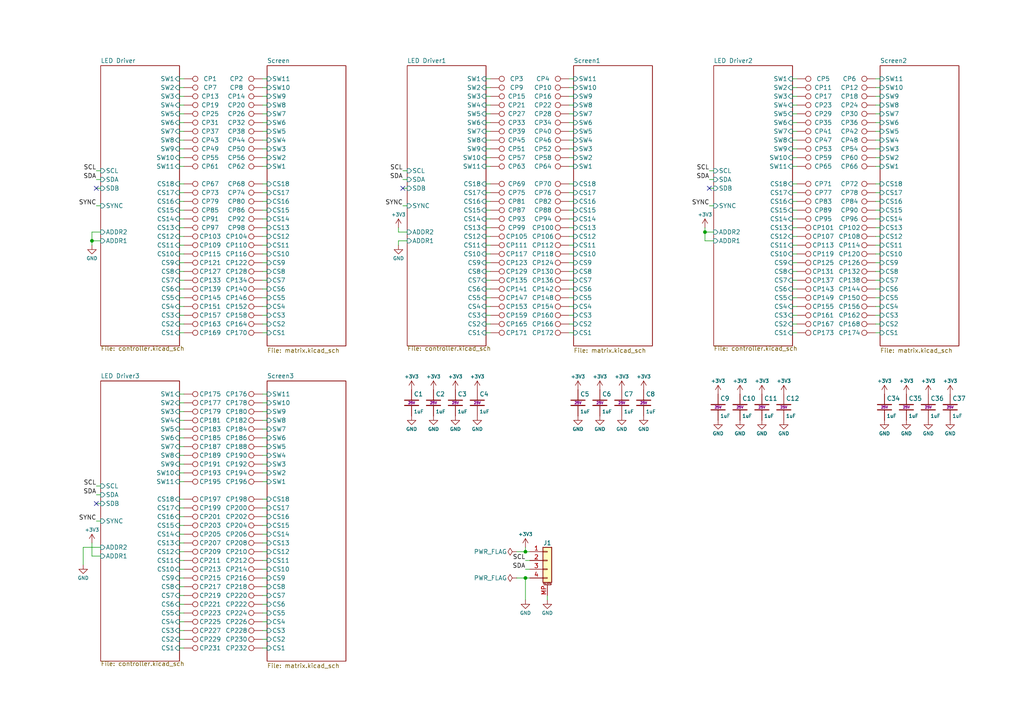
<source format=kicad_sch>
(kicad_sch (version 20211123) (generator eeschema)
  (paper "A4")
  (junction (at 152.4 167.64))
  (junction (at 26.67 69.85))
  (junction (at 152.4 160.02))
  (junction (at 204.47 67.31))
  (no_connect (at 27.94 146.05))
  (no_connect (at 205.74 54.61))
  (no_connect (at 116.84 54.61))
  (no_connect (at 27.94 54.61))
  (wire (pts (xy 229.87 30.48) (xy 231.14 30.48)))
  (wire (pts (xy 255.27 40.64) (xy 254 40.64)))
  (wire (pts (xy 140.97 66.04) (xy 142.24 66.04)))
  (wire (pts (xy 77.47 43.18) (xy 76.2 43.18)))
  (wire (pts (xy 166.37 40.64) (xy 165.1 40.64)))
  (wire (pts (xy 52.07 157.48) (xy 53.34 157.48)))
  (wire (pts (xy 52.07 154.94) (xy 53.34 154.94)))
  (wire (pts (xy 52.07 119.38) (xy 53.34 119.38)))
  (wire (pts (xy 229.87 55.88) (xy 231.14 55.88)))
  (wire (pts (xy 255.27 48.26) (xy 254 48.26)))
  (wire (pts (xy 166.37 76.2) (xy 165.1 76.2)))
  (wire (pts (xy 166.37 68.58) (xy 165.1 68.58)))
  (wire (pts (xy 140.97 63.5) (xy 142.24 63.5)))
  (wire (pts (xy 152.4 165.1) (xy 153.67 165.1)))
  (wire (pts (xy 27.94 146.05) (xy 29.21 146.05)))
  (wire (pts (xy 166.37 48.26) (xy 165.1 48.26)))
  (wire (pts (xy 140.97 35.56) (xy 142.24 35.56)))
  (wire (pts (xy 140.97 93.98) (xy 142.24 93.98)))
  (wire (pts (xy 115.57 71.12) (xy 115.57 69.85)))
  (wire (pts (xy 140.97 58.42) (xy 142.24 58.42)))
  (wire (pts (xy 26.67 67.31) (xy 26.67 69.85)))
  (wire (pts (xy 52.07 93.98) (xy 53.34 93.98)))
  (wire (pts (xy 52.07 30.48) (xy 53.34 30.48)))
  (wire (pts (xy 229.87 68.58) (xy 231.14 68.58)))
  (wire (pts (xy 255.27 66.04) (xy 254 66.04)))
  (wire (pts (xy 166.37 73.66) (xy 165.1 73.66)))
  (wire (pts (xy 140.97 25.4) (xy 142.24 25.4)))
  (wire (pts (xy 77.47 134.62) (xy 76.2 134.62)))
  (wire (pts (xy 140.97 22.86) (xy 142.24 22.86)))
  (wire (pts (xy 77.47 53.34) (xy 76.2 53.34)))
  (wire (pts (xy 255.27 73.66) (xy 254 73.66)))
  (wire (pts (xy 52.07 73.66) (xy 53.34 73.66)))
  (wire (pts (xy 229.87 78.74) (xy 231.14 78.74)))
  (wire (pts (xy 140.97 88.9) (xy 142.24 88.9)))
  (wire (pts (xy 77.47 172.72) (xy 76.2 172.72)))
  (wire (pts (xy 52.07 170.18) (xy 53.34 170.18)))
  (wire (pts (xy 52.07 165.1) (xy 53.34 165.1)))
  (wire (pts (xy 153.67 160.02) (xy 152.4 160.02)))
  (wire (pts (xy 77.47 175.26) (xy 76.2 175.26)))
  (wire (pts (xy 140.97 81.28) (xy 142.24 81.28)))
  (wire (pts (xy 52.07 45.72) (xy 53.34 45.72)))
  (wire (pts (xy 52.07 68.58) (xy 53.34 68.58)))
  (wire (pts (xy 52.07 147.32) (xy 53.34 147.32)))
  (wire (pts (xy 52.07 91.44) (xy 53.34 91.44)))
  (wire (pts (xy 166.37 35.56) (xy 165.1 35.56)))
  (wire (pts (xy 166.37 66.04) (xy 165.1 66.04)))
  (wire (pts (xy 52.07 167.64) (xy 53.34 167.64)))
  (wire (pts (xy 116.84 49.53) (xy 118.11 49.53)))
  (wire (pts (xy 77.47 121.92) (xy 76.2 121.92)))
  (wire (pts (xy 166.37 33.02) (xy 165.1 33.02)))
  (wire (pts (xy 255.27 88.9) (xy 254 88.9)))
  (wire (pts (xy 255.27 22.86) (xy 254 22.86)))
  (wire (pts (xy 52.07 83.82) (xy 53.34 83.82)))
  (wire (pts (xy 77.47 127) (xy 76.2 127)))
  (wire (pts (xy 158.75 172.72) (xy 158.75 173.99)))
  (wire (pts (xy 52.07 25.4) (xy 53.34 25.4)))
  (wire (pts (xy 52.07 127) (xy 53.34 127)))
  (wire (pts (xy 52.07 162.56) (xy 53.34 162.56)))
  (wire (pts (xy 255.27 55.88) (xy 254 55.88)))
  (wire (pts (xy 115.57 69.85) (xy 118.11 69.85)))
  (wire (pts (xy 115.57 67.31) (xy 115.57 66.04)))
  (wire (pts (xy 255.27 83.82) (xy 254 83.82)))
  (wire (pts (xy 77.47 81.28) (xy 76.2 81.28)))
  (wire (pts (xy 77.47 116.84) (xy 76.2 116.84)))
  (wire (pts (xy 140.97 83.82) (xy 142.24 83.82)))
  (wire (pts (xy 229.87 33.02) (xy 231.14 33.02)))
  (wire (pts (xy 77.47 58.42) (xy 76.2 58.42)))
  (wire (pts (xy 152.4 167.64) (xy 153.67 167.64)))
  (wire (pts (xy 52.07 55.88) (xy 53.34 55.88)))
  (wire (pts (xy 255.27 27.94) (xy 254 27.94)))
  (wire (pts (xy 77.47 83.82) (xy 76.2 83.82)))
  (wire (pts (xy 24.13 163.83) (xy 24.13 158.75)))
  (wire (pts (xy 77.47 48.26) (xy 76.2 48.26)))
  (wire (pts (xy 52.07 124.46) (xy 53.34 124.46)))
  (wire (pts (xy 229.87 88.9) (xy 231.14 88.9)))
  (wire (pts (xy 229.87 63.5) (xy 231.14 63.5)))
  (wire (pts (xy 255.27 60.96) (xy 254 60.96)))
  (wire (pts (xy 255.27 78.74) (xy 254 78.74)))
  (wire (pts (xy 52.07 27.94) (xy 53.34 27.94)))
  (wire (pts (xy 52.07 71.12) (xy 53.34 71.12)))
  (wire (pts (xy 52.07 132.08) (xy 53.34 132.08)))
  (wire (pts (xy 255.27 63.5) (xy 254 63.5)))
  (wire (pts (xy 205.74 59.69) (xy 207.01 59.69)))
  (wire (pts (xy 166.37 27.94) (xy 165.1 27.94)))
  (wire (pts (xy 26.67 69.85) (xy 29.21 69.85)))
  (wire (pts (xy 166.37 60.96) (xy 165.1 60.96)))
  (wire (pts (xy 229.87 93.98) (xy 231.14 93.98)))
  (wire (pts (xy 255.27 71.12) (xy 254 71.12)))
  (wire (pts (xy 229.87 35.56) (xy 231.14 35.56)))
  (wire (pts (xy 140.97 96.52) (xy 142.24 96.52)))
  (wire (pts (xy 116.84 54.61) (xy 118.11 54.61)))
  (wire (pts (xy 77.47 33.02) (xy 76.2 33.02)))
  (wire (pts (xy 52.07 33.02) (xy 53.34 33.02)))
  (wire (pts (xy 166.37 38.1) (xy 165.1 38.1)))
  (wire (pts (xy 77.47 157.48) (xy 76.2 157.48)))
  (wire (pts (xy 52.07 134.62) (xy 53.34 134.62)))
  (wire (pts (xy 229.87 58.42) (xy 231.14 58.42)))
  (wire (pts (xy 27.94 59.69) (xy 29.21 59.69)))
  (wire (pts (xy 27.94 143.51) (xy 29.21 143.51)))
  (wire (pts (xy 77.47 144.78) (xy 76.2 144.78)))
  (wire (pts (xy 52.07 175.26) (xy 53.34 175.26)))
  (wire (pts (xy 77.47 73.66) (xy 76.2 73.66)))
  (wire (pts (xy 207.01 69.85) (xy 204.47 69.85)))
  (wire (pts (xy 52.07 86.36) (xy 53.34 86.36)))
  (wire (pts (xy 255.27 86.36) (xy 254 86.36)))
  (wire (pts (xy 255.27 53.34) (xy 254 53.34)))
  (wire (pts (xy 52.07 182.88) (xy 53.34 182.88)))
  (wire (pts (xy 255.27 43.18) (xy 254 43.18)))
  (wire (pts (xy 152.4 162.56) (xy 153.67 162.56)))
  (wire (pts (xy 255.27 35.56) (xy 254 35.56)))
  (wire (pts (xy 77.47 187.96) (xy 76.2 187.96)))
  (wire (pts (xy 166.37 53.34) (xy 165.1 53.34)))
  (wire (pts (xy 52.07 172.72) (xy 53.34 172.72)))
  (wire (pts (xy 77.47 185.42) (xy 76.2 185.42)))
  (wire (pts (xy 152.4 173.99) (xy 152.4 167.64)))
  (wire (pts (xy 26.67 157.48) (xy 26.67 161.29)))
  (wire (pts (xy 77.47 38.1) (xy 76.2 38.1)))
  (wire (pts (xy 77.47 30.48) (xy 76.2 30.48)))
  (wire (pts (xy 204.47 67.31) (xy 204.47 66.04)))
  (wire (pts (xy 229.87 96.52) (xy 231.14 96.52)))
  (wire (pts (xy 166.37 22.86) (xy 165.1 22.86)))
  (wire (pts (xy 52.07 76.2) (xy 53.34 76.2)))
  (wire (pts (xy 229.87 71.12) (xy 231.14 71.12)))
  (wire (pts (xy 77.47 96.52) (xy 76.2 96.52)))
  (wire (pts (xy 77.47 25.4) (xy 76.2 25.4)))
  (wire (pts (xy 52.07 149.86) (xy 53.34 149.86)))
  (wire (pts (xy 229.87 38.1) (xy 231.14 38.1)))
  (wire (pts (xy 52.07 43.18) (xy 53.34 43.18)))
  (wire (pts (xy 205.74 54.61) (xy 207.01 54.61)))
  (wire (pts (xy 166.37 91.44) (xy 165.1 91.44)))
  (wire (pts (xy 77.47 91.44) (xy 76.2 91.44)))
  (wire (pts (xy 52.07 40.64) (xy 53.34 40.64)))
  (wire (pts (xy 77.47 86.36) (xy 76.2 86.36)))
  (wire (pts (xy 140.97 73.66) (xy 142.24 73.66)))
  (wire (pts (xy 27.94 151.13) (xy 29.21 151.13)))
  (wire (pts (xy 229.87 66.04) (xy 231.14 66.04)))
  (wire (pts (xy 77.47 124.46) (xy 76.2 124.46)))
  (wire (pts (xy 149.86 160.02) (xy 152.4 160.02)))
  (wire (pts (xy 205.74 52.07) (xy 207.01 52.07)))
  (wire (pts (xy 77.47 137.16) (xy 76.2 137.16)))
  (wire (pts (xy 77.47 35.56) (xy 76.2 35.56)))
  (wire (pts (xy 255.27 68.58) (xy 254 68.58)))
  (wire (pts (xy 116.84 52.07) (xy 118.11 52.07)))
  (wire (pts (xy 140.97 33.02) (xy 142.24 33.02)))
  (wire (pts (xy 166.37 86.36) (xy 165.1 86.36)))
  (wire (pts (xy 166.37 30.48) (xy 165.1 30.48)))
  (wire (pts (xy 229.87 83.82) (xy 231.14 83.82)))
  (wire (pts (xy 229.87 53.34) (xy 231.14 53.34)))
  (wire (pts (xy 52.07 185.42) (xy 53.34 185.42)))
  (wire (pts (xy 77.47 76.2) (xy 76.2 76.2)))
  (wire (pts (xy 140.97 78.74) (xy 142.24 78.74)))
  (wire (pts (xy 77.47 162.56) (xy 76.2 162.56)))
  (wire (pts (xy 77.47 165.1) (xy 76.2 165.1)))
  (wire (pts (xy 255.27 58.42) (xy 254 58.42)))
  (wire (pts (xy 255.27 25.4) (xy 254 25.4)))
  (wire (pts (xy 229.87 76.2) (xy 231.14 76.2)))
  (wire (pts (xy 255.27 38.1) (xy 254 38.1)))
  (wire (pts (xy 166.37 83.82) (xy 165.1 83.82)))
  (wire (pts (xy 255.27 76.2) (xy 254 76.2)))
  (wire (pts (xy 140.97 68.58) (xy 142.24 68.58)))
  (wire (pts (xy 255.27 96.52) (xy 254 96.52)))
  (wire (pts (xy 77.47 68.58) (xy 76.2 68.58)))
  (wire (pts (xy 255.27 45.72) (xy 254 45.72)))
  (wire (pts (xy 166.37 71.12) (xy 165.1 71.12)))
  (wire (pts (xy 255.27 93.98) (xy 254 93.98)))
  (wire (pts (xy 140.97 53.34) (xy 142.24 53.34)))
  (wire (pts (xy 77.47 119.38) (xy 76.2 119.38)))
  (wire (pts (xy 77.47 78.74) (xy 76.2 78.74)))
  (wire (pts (xy 29.21 67.31) (xy 26.67 67.31)))
  (wire (pts (xy 77.47 45.72) (xy 76.2 45.72)))
  (wire (pts (xy 229.87 40.64) (xy 231.14 40.64)))
  (wire (pts (xy 52.07 81.28) (xy 53.34 81.28)))
  (wire (pts (xy 140.97 86.36) (xy 142.24 86.36)))
  (wire (pts (xy 229.87 48.26) (xy 231.14 48.26)))
  (wire (pts (xy 77.47 88.9) (xy 76.2 88.9)))
  (wire (pts (xy 116.84 59.69) (xy 118.11 59.69)))
  (wire (pts (xy 140.97 30.48) (xy 142.24 30.48)))
  (wire (pts (xy 52.07 22.86) (xy 53.34 22.86)))
  (wire (pts (xy 52.07 139.7) (xy 53.34 139.7)))
  (wire (pts (xy 77.47 177.8) (xy 76.2 177.8)))
  (wire (pts (xy 166.37 58.42) (xy 165.1 58.42)))
  (wire (pts (xy 152.4 160.02) (xy 152.4 158.75)))
  (wire (pts (xy 52.07 53.34) (xy 53.34 53.34)))
  (wire (pts (xy 140.97 45.72) (xy 142.24 45.72)))
  (wire (pts (xy 26.67 71.12) (xy 26.67 69.85)))
  (wire (pts (xy 52.07 88.9) (xy 53.34 88.9)))
  (wire (pts (xy 77.47 55.88) (xy 76.2 55.88)))
  (wire (pts (xy 52.07 63.5) (xy 53.34 63.5)))
  (wire (pts (xy 52.07 187.96) (xy 53.34 187.96)))
  (wire (pts (xy 229.87 60.96) (xy 231.14 60.96)))
  (wire (pts (xy 52.07 48.26) (xy 53.34 48.26)))
  (wire (pts (xy 140.97 60.96) (xy 142.24 60.96)))
  (wire (pts (xy 52.07 121.92) (xy 53.34 121.92)))
  (wire (pts (xy 166.37 63.5) (xy 165.1 63.5)))
  (wire (pts (xy 77.47 22.86) (xy 76.2 22.86)))
  (wire (pts (xy 77.47 160.02) (xy 76.2 160.02)))
  (wire (pts (xy 52.07 177.8) (xy 53.34 177.8)))
  (wire (pts (xy 166.37 55.88) (xy 165.1 55.88)))
  (wire (pts (xy 229.87 43.18) (xy 231.14 43.18)))
  (wire (pts (xy 77.47 27.94) (xy 76.2 27.94)))
  (wire (pts (xy 52.07 144.78) (xy 53.34 144.78)))
  (wire (pts (xy 77.47 40.64) (xy 76.2 40.64)))
  (wire (pts (xy 229.87 81.28) (xy 231.14 81.28)))
  (wire (pts (xy 77.47 114.3) (xy 76.2 114.3)))
  (wire (pts (xy 77.47 149.86) (xy 76.2 149.86)))
  (wire (pts (xy 52.07 78.74) (xy 53.34 78.74)))
  (wire (pts (xy 77.47 129.54) (xy 76.2 129.54)))
  (wire (pts (xy 118.11 67.31) (xy 115.57 67.31)))
  (wire (pts (xy 140.97 76.2) (xy 142.24 76.2)))
  (wire (pts (xy 166.37 88.9) (xy 165.1 88.9)))
  (wire (pts (xy 229.87 25.4) (xy 231.14 25.4)))
  (wire (pts (xy 166.37 81.28) (xy 165.1 81.28)))
  (wire (pts (xy 52.07 180.34) (xy 53.34 180.34)))
  (wire (pts (xy 77.47 139.7) (xy 76.2 139.7)))
  (wire (pts (xy 140.97 38.1) (xy 142.24 38.1)))
  (wire (pts (xy 77.47 63.5) (xy 76.2 63.5)))
  (wire (pts (xy 52.07 35.56) (xy 53.34 35.56)))
  (wire (pts (xy 52.07 114.3) (xy 53.34 114.3)))
  (wire (pts (xy 77.47 60.96) (xy 76.2 60.96)))
  (wire (pts (xy 77.47 154.94) (xy 76.2 154.94)))
  (wire (pts (xy 229.87 73.66) (xy 231.14 73.66)))
  (wire (pts (xy 149.86 167.64) (xy 152.4 167.64)))
  (wire (pts (xy 140.97 40.64) (xy 142.24 40.64)))
  (wire (pts (xy 166.37 25.4) (xy 165.1 25.4)))
  (wire (pts (xy 52.07 96.52) (xy 53.34 96.52)))
  (wire (pts (xy 77.47 93.98) (xy 76.2 93.98)))
  (wire (pts (xy 166.37 93.98) (xy 165.1 93.98)))
  (wire (pts (xy 52.07 58.42) (xy 53.34 58.42)))
  (wire (pts (xy 255.27 81.28) (xy 254 81.28)))
  (wire (pts (xy 77.47 180.34) (xy 76.2 180.34)))
  (wire (pts (xy 255.27 33.02) (xy 254 33.02)))
  (wire (pts (xy 77.47 152.4) (xy 76.2 152.4)))
  (wire (pts (xy 140.97 71.12) (xy 142.24 71.12)))
  (wire (pts (xy 52.07 160.02) (xy 53.34 160.02)))
  (wire (pts (xy 52.07 152.4) (xy 53.34 152.4)))
  (wire (pts (xy 140.97 55.88) (xy 142.24 55.88)))
  (wire (pts (xy 29.21 161.29) (xy 26.67 161.29)))
  (wire (pts (xy 77.47 167.64) (xy 76.2 167.64)))
  (wire (pts (xy 140.97 91.44) (xy 142.24 91.44)))
  (wire (pts (xy 27.94 140.97) (xy 29.21 140.97)))
  (wire (pts (xy 255.27 30.48) (xy 254 30.48)))
  (wire (pts (xy 229.87 22.86) (xy 231.14 22.86)))
  (wire (pts (xy 27.94 52.07) (xy 29.21 52.07)))
  (wire (pts (xy 166.37 43.18) (xy 165.1 43.18)))
  (wire (pts (xy 140.97 48.26) (xy 142.24 48.26)))
  (wire (pts (xy 52.07 129.54) (xy 53.34 129.54)))
  (wire (pts (xy 166.37 45.72) (xy 165.1 45.72)))
  (wire (pts (xy 229.87 45.72) (xy 231.14 45.72)))
  (wire (pts (xy 77.47 66.04) (xy 76.2 66.04)))
  (wire (pts (xy 52.07 137.16) (xy 53.34 137.16)))
  (wire (pts (xy 27.94 49.53) (xy 29.21 49.53)))
  (wire (pts (xy 52.07 66.04) (xy 53.34 66.04)))
  (wire (pts (xy 77.47 182.88) (xy 76.2 182.88)))
  (wire (pts (xy 140.97 43.18) (xy 142.24 43.18)))
  (wire (pts (xy 255.27 91.44) (xy 254 91.44)))
  (wire (pts (xy 229.87 27.94) (xy 231.14 27.94)))
  (wire (pts (xy 77.47 132.08) (xy 76.2 132.08)))
  (wire (pts (xy 166.37 78.74) (xy 165.1 78.74)))
  (wire (pts (xy 77.47 147.32) (xy 76.2 147.32)))
  (wire (pts (xy 204.47 69.85) (xy 204.47 67.31)))
  (wire (pts (xy 52.07 38.1) (xy 53.34 38.1)))
  (wire (pts (xy 77.47 170.18) (xy 76.2 170.18)))
  (wire (pts (xy 166.37 96.52) (xy 165.1 96.52)))
  (wire (pts (xy 140.97 27.94) (xy 142.24 27.94)))
  (wire (pts (xy 52.07 60.96) (xy 53.34 60.96)))
  (wire (pts (xy 207.01 67.31) (xy 204.47 67.31)))
  (wire (pts (xy 27.94 54.61) (xy 29.21 54.61)))
  (wire (pts (xy 229.87 91.44) (xy 231.14 91.44)))
  (wire (pts (xy 77.47 71.12) (xy 76.2 71.12)))
  (wire (pts (xy 52.07 116.84) (xy 53.34 116.84)))
  (wire (pts (xy 24.13 158.75) (xy 29.21 158.75)))
  (wire (pts (xy 229.87 86.36) (xy 231.14 86.36)))
  (wire (pts (xy 205.74 49.53) (xy 207.01 49.53)))
  (label "SDA" (at 27.94 52.07 180))
  (label "SYNC" (at 27.94 59.69 180))
  (label "SDA" (at 152.4 165.1 180))
  (label "SCL" (at 152.4 162.56 180))
  (label "SYNC" (at 205.74 59.69 180))
  (label "SDA" (at 27.94 143.51 180))
  (label "SCL" (at 27.94 49.53 180))
  (label "SYNC" (at 27.94 151.13 180))
  (label "SCL" (at 27.94 140.97 180))
  (label "SDA" (at 116.84 52.07 180))
  (label "SCL" (at 116.84 49.53 180))
  (label "SDA" (at 205.74 52.07 180))
  (label "SYNC" (at 116.84 59.69 180))
  (label "SCL" (at 205.74 49.53 180))
  (symbol (lib_id "CoE_Capacitor:1uF") (at 132.08 116.84 0) (unit 1)
    (property "Reference" "C3" (at 132.715 114.3 0) (effects (justify left)))
    (property "Value" "1uF" (at 132.715 119.38 0) (effects (font (size 0.9906 0.9906)) (justify left)))
    (property "Footprint" "CoF_Capacitor:C-0402" (effects hide))
    (property "Voltage" "25V" (at 132.08 116.84 0) (effects (font (size 0.7112 0.7112))))
    (property "MFR. Part #" "CL05A105KA5NQNC" (effects hide))
    (property "JLCPCB Part #" "C52923" (effects hide))
  )
  (symbol (lib_id "power:+3.3V") (at 152.4 158.75 0) (unit 1)
    (property "Reference" "#PWR029" (effects hide))
    (property "Value" "+3.3V" (at 152.4 154.94 0) (effects (font (size 1 1))))
  )
  (symbol (lib_id "Connector:TestPoint") (at 53.34 154.94 270) (unit 1)
    (property "Reference" "CP205" (at 60.96 154.94 90))
    (property "Value" "SolderPad" (effects hide))
    (property "Footprint" "CoF_Connector:SolderPt_1x2mm" (effects hide))
  )
  (symbol (lib_id "Connector:TestPoint") (at 142.24 55.88 270) (unit 1)
    (property "Reference" "CP75" (at 149.86 55.88 90))
    (property "Value" "SolderPad" (effects hide))
    (property "Footprint" "CoF_Connector:SolderPt_1x2mm" (effects hide))
  )
  (symbol (lib_id "Connector:TestPoint") (at 76.2 73.66 90) (mirror x) (unit 1)
    (property "Reference" "CP116" (at 68.58 73.66 90))
    (property "Value" "SolderPad" (effects hide))
    (property "Footprint" "CoF_Connector:SolderPt_1x2mm" (effects hide))
  )
  (symbol (lib_id "CoE_Capacitor:1uF") (at 227.33 118.11 0) (unit 1)
    (property "Reference" "C12" (at 227.965 115.57 0) (effects (justify left)))
    (property "Value" "1uF" (at 227.965 120.65 0) (effects (font (size 0.9906 0.9906)) (justify left)))
    (property "Footprint" "CoF_Capacitor:C-0402" (effects hide))
    (property "Voltage" "25V" (at 227.33 118.11 0) (effects (font (size 0.7112 0.7112))))
    (property "MFR. Part #" "CL05A105KA5NQNC" (effects hide))
    (property "JLCPCB Part #" "C52923" (effects hide))
  )
  (symbol (lib_id "Connector:TestPoint") (at 53.34 33.02 270) (unit 1)
    (property "Reference" "CP25" (at 60.96 33.02 90))
    (property "Value" "SolderPad" (effects hide))
    (property "Footprint" "CoF_Connector:SolderPt_1x2mm" (effects hide))
  )
  (symbol (lib_id "Connector:TestPoint") (at 53.34 147.32 270) (unit 1)
    (property "Reference" "CP199" (at 60.96 147.32 90))
    (property "Value" "SolderPad" (effects hide))
    (property "Footprint" "CoF_Connector:SolderPt_1x2mm" (effects hide))
  )
  (symbol (lib_id "Connector:TestPoint") (at 165.1 40.64 90) (mirror x) (unit 1)
    (property "Reference" "CP46" (at 157.48 40.64 90))
    (property "Value" "SolderPad" (effects hide))
    (property "Footprint" "CoF_Connector:SolderPt_1x2mm" (effects hide))
  )
  (symbol (lib_id "power:GND") (at 227.33 121.92 0) (unit 1)
    (property "Reference" "#PWR028" (effects hide))
    (property "Value" "GND" (at 227.33 125.73 0) (effects (font (size 1 1))))
  )
  (symbol (lib_id "power:GND") (at 275.59 121.92 0) (unit 1)
    (property "Reference" "#PWR078" (effects hide))
    (property "Value" "GND" (at 275.59 125.73 0) (effects (font (size 1 1))))
  )
  (symbol (lib_id "power:+3.3V") (at 125.73 113.03 0) (unit 1)
    (property "Reference" "#PWR06" (effects hide))
    (property "Value" "+3.3V" (at 125.73 109.22 0) (effects (font (size 1 1))))
  )
  (symbol (lib_id "Connector:TestPoint") (at 53.34 121.92 270) (unit 1)
    (property "Reference" "CP181" (at 60.96 121.92 90))
    (property "Value" "SolderPad" (effects hide))
    (property "Footprint" "CoF_Connector:SolderPt_1x2mm" (effects hide))
  )
  (symbol (lib_id "Connector:TestPoint") (at 254 83.82 90) (mirror x) (unit 1)
    (property "Reference" "CP144" (at 246.38 83.82 90))
    (property "Value" "SolderPad" (effects hide))
    (property "Footprint" "CoF_Connector:SolderPt_1x2mm" (effects hide))
  )
  (symbol (lib_id "Connector:TestPoint") (at 142.24 66.04 270) (unit 1)
    (property "Reference" "CP99" (at 149.86 66.04 90))
    (property "Value" "SolderPad" (effects hide))
    (property "Footprint" "CoF_Connector:SolderPt_1x2mm" (effects hide))
  )
  (symbol (lib_id "power:+3.3V") (at 269.24 114.3 0) (unit 1)
    (property "Reference" "#PWR073" (effects hide))
    (property "Value" "+3.3V" (at 269.24 110.49 0) (effects (font (size 1 1))))
  )
  (symbol (lib_id "Connector:TestPoint") (at 53.34 71.12 270) (unit 1)
    (property "Reference" "CP109" (at 60.96 71.12 90))
    (property "Value" "SolderPad" (effects hide))
    (property "Footprint" "CoF_Connector:SolderPt_1x2mm" (effects hide))
  )
  (symbol (lib_id "Connector:TestPoint") (at 53.34 124.46 270) (unit 1)
    (property "Reference" "CP183" (at 60.96 124.46 90))
    (property "Value" "SolderPad" (effects hide))
    (property "Footprint" "CoF_Connector:SolderPt_1x2mm" (effects hide))
  )
  (symbol (lib_id "Connector:TestPoint") (at 76.2 119.38 90) (mirror x) (unit 1)
    (property "Reference" "CP180" (at 68.58 119.38 90))
    (property "Value" "SolderPad" (effects hide))
    (property "Footprint" "CoF_Connector:SolderPt_1x2mm" (effects hide))
  )
  (symbol (lib_id "Connector:TestPoint") (at 231.14 81.28 270) (unit 1)
    (property "Reference" "CP137" (at 238.76 81.28 90))
    (property "Value" "SolderPad" (effects hide))
    (property "Footprint" "CoF_Connector:SolderPt_1x2mm" (effects hide))
  )
  (symbol (lib_id "Connector:TestPoint") (at 254 76.2 90) (mirror x) (unit 1)
    (property "Reference" "CP126" (at 246.38 76.2 90))
    (property "Value" "SolderPad" (effects hide))
    (property "Footprint" "CoF_Connector:SolderPt_1x2mm" (effects hide))
  )
  (symbol (lib_id "Connector:TestPoint") (at 165.1 91.44 90) (mirror x) (unit 1)
    (property "Reference" "CP160" (at 157.48 91.44 90))
    (property "Value" "SolderPad" (effects hide))
    (property "Footprint" "CoF_Connector:SolderPt_1x2mm" (effects hide))
  )
  (symbol (lib_id "Connector:TestPoint") (at 231.14 88.9 270) (unit 1)
    (property "Reference" "CP155" (at 238.76 88.9 90))
    (property "Value" "SolderPad" (effects hide))
    (property "Footprint" "CoF_Connector:SolderPt_1x2mm" (effects hide))
  )
  (symbol (lib_id "Connector:TestPoint") (at 231.14 53.34 270) (unit 1)
    (property "Reference" "CP71" (at 238.76 53.34 90))
    (property "Value" "SolderPad" (effects hide))
    (property "Footprint" "CoF_Connector:SolderPt_1x2mm" (effects hide))
  )
  (symbol (lib_id "Connector:TestPoint") (at 231.14 35.56 270) (unit 1)
    (property "Reference" "CP35" (at 238.76 35.56 90))
    (property "Value" "SolderPad" (effects hide))
    (property "Footprint" "CoF_Connector:SolderPt_1x2mm" (effects hide))
  )
  (symbol (lib_id "Connector:TestPoint") (at 53.34 157.48 270) (unit 1)
    (property "Reference" "CP207" (at 60.96 157.48 90))
    (property "Value" "SolderPad" (effects hide))
    (property "Footprint" "CoF_Connector:SolderPt_1x2mm" (effects hide))
  )
  (symbol (lib_id "Connector:TestPoint") (at 76.2 182.88 90) (mirror x) (unit 1)
    (property "Reference" "CP228" (at 68.58 182.88 90))
    (property "Value" "SolderPad" (effects hide))
    (property "Footprint" "CoF_Connector:SolderPt_1x2mm" (effects hide))
  )
  (symbol (lib_id "Connector:TestPoint") (at 53.34 182.88 270) (unit 1)
    (property "Reference" "CP227" (at 60.96 182.88 90))
    (property "Value" "SolderPad" (effects hide))
    (property "Footprint" "CoF_Connector:SolderPt_1x2mm" (effects hide))
  )
  (symbol (lib_id "Connector:TestPoint") (at 142.24 68.58 270) (unit 1)
    (property "Reference" "CP105" (at 149.86 68.58 90))
    (property "Value" "SolderPad" (effects hide))
    (property "Footprint" "CoF_Connector:SolderPt_1x2mm" (effects hide))
  )
  (symbol (lib_id "Connector:TestPoint") (at 254 45.72 90) (mirror x) (unit 1)
    (property "Reference" "CP60" (at 246.38 45.72 90))
    (property "Value" "SolderPad" (effects hide))
    (property "Footprint" "CoF_Connector:SolderPt_1x2mm" (effects hide))
  )
  (symbol (lib_id "Connector:TestPoint") (at 254 81.28 90) (mirror x) (unit 1)
    (property "Reference" "CP138" (at 246.38 81.28 90))
    (property "Value" "SolderPad" (effects hide))
    (property "Footprint" "CoF_Connector:SolderPt_1x2mm" (effects hide))
  )
  (symbol (lib_id "Connector:TestPoint") (at 231.14 30.48 270) (unit 1)
    (property "Reference" "CP23" (at 238.76 30.48 90))
    (property "Value" "SolderPad" (effects hide))
    (property "Footprint" "CoF_Connector:SolderPt_1x2mm" (effects hide))
  )
  (symbol (lib_id "CoE_Capacitor:1uF") (at 220.98 118.11 0) (unit 1)
    (property "Reference" "C11" (at 221.615 115.57 0) (effects (justify left)))
    (property "Value" "1uF" (at 221.615 120.65 0) (effects (font (size 0.9906 0.9906)) (justify left)))
    (property "Footprint" "CoF_Capacitor:C-0402" (effects hide))
    (property "Voltage" "25V" (at 220.98 118.11 0) (effects (font (size 0.7112 0.7112))))
    (property "MFR. Part #" "CL05A105KA5NQNC" (effects hide))
    (property "JLCPCB Part #" "C52923" (effects hide))
  )
  (symbol (lib_id "Connector:TestPoint") (at 53.34 167.64 270) (unit 1)
    (property "Reference" "CP215" (at 60.96 167.64 90))
    (property "Value" "SolderPad" (effects hide))
    (property "Footprint" "CoF_Connector:SolderPt_1x2mm" (effects hide))
  )
  (symbol (lib_id "Connector:TestPoint") (at 142.24 38.1 270) (unit 1)
    (property "Reference" "CP39" (at 149.86 38.1 90))
    (property "Value" "SolderPad" (effects hide))
    (property "Footprint" "CoF_Connector:SolderPt_1x2mm" (effects hide))
  )
  (symbol (lib_id "Connector:TestPoint") (at 76.2 137.16 90) (mirror x) (unit 1)
    (property "Reference" "CP194" (at 68.58 137.16 90))
    (property "Value" "SolderPad" (effects hide))
    (property "Footprint" "CoF_Connector:SolderPt_1x2mm" (effects hide))
  )
  (symbol (lib_id "Connector:TestPoint") (at 53.34 119.38 270) (unit 1)
    (property "Reference" "CP179" (at 60.96 119.38 90))
    (property "Value" "SolderPad" (effects hide))
    (property "Footprint" "CoF_Connector:SolderPt_1x2mm" (effects hide))
  )
  (symbol (lib_id "Connector:TestPoint") (at 254 38.1 90) (mirror x) (unit 1)
    (property "Reference" "CP42" (at 246.38 38.1 90))
    (property "Value" "SolderPad" (effects hide))
    (property "Footprint" "CoF_Connector:SolderPt_1x2mm" (effects hide))
  )
  (symbol (lib_id "Connector:TestPoint") (at 254 91.44 90) (mirror x) (unit 1)
    (property "Reference" "CP162" (at 246.38 91.44 90))
    (property "Value" "SolderPad" (effects hide))
    (property "Footprint" "CoF_Connector:SolderPt_1x2mm" (effects hide))
  )
  (symbol (lib_id "Connector:TestPoint") (at 76.2 60.96 90) (mirror x) (unit 1)
    (property "Reference" "CP86" (at 68.58 60.96 90))
    (property "Value" "SolderPad" (effects hide))
    (property "Footprint" "CoF_Connector:SolderPt_1x2mm" (effects hide))
  )
  (symbol (lib_id "Connector:TestPoint") (at 53.34 63.5 270) (unit 1)
    (property "Reference" "CP91" (at 60.96 63.5 90))
    (property "Value" "SolderPad" (effects hide))
    (property "Footprint" "CoF_Connector:SolderPt_1x2mm" (effects hide))
  )
  (symbol (lib_id "Connector:TestPoint") (at 142.24 73.66 270) (unit 1)
    (property "Reference" "CP117" (at 149.86 73.66 90))
    (property "Value" "SolderPad" (effects hide))
    (property "Footprint" "CoF_Connector:SolderPt_1x2mm" (effects hide))
  )
  (symbol (lib_id "Connector:TestPoint") (at 231.14 91.44 270) (unit 1)
    (property "Reference" "CP161" (at 238.76 91.44 90))
    (property "Value" "SolderPad" (effects hide))
    (property "Footprint" "CoF_Connector:SolderPt_1x2mm" (effects hide))
  )
  (symbol (lib_id "Connector:TestPoint") (at 76.2 33.02 90) (mirror x) (unit 1)
    (property "Reference" "CP26" (at 68.58 33.02 90))
    (property "Value" "SolderPad" (effects hide))
    (property "Footprint" "CoF_Connector:SolderPt_1x2mm" (effects hide))
  )
  (symbol (lib_id "Connector:TestPoint") (at 231.14 78.74 270) (unit 1)
    (property "Reference" "CP131" (at 238.76 78.74 90))
    (property "Value" "SolderPad" (effects hide))
    (property "Footprint" "CoF_Connector:SolderPt_1x2mm" (effects hide))
  )
  (symbol (lib_id "Connector:TestPoint") (at 231.14 38.1 270) (unit 1)
    (property "Reference" "CP41" (at 238.76 38.1 90))
    (property "Value" "SolderPad" (effects hide))
    (property "Footprint" "CoF_Connector:SolderPt_1x2mm" (effects hide))
  )
  (symbol (lib_id "power:PWR_FLAG") (at 149.86 167.64 90) (unit 1)
    (property "Reference" "#FLG0102" (effects hide))
    (property "Value" "PWR_FLAG" (at 142.24 167.64 90))
  )
  (symbol (lib_id "Connector:TestPoint") (at 142.24 83.82 270) (unit 1)
    (property "Reference" "CP141" (at 149.86 83.82 90))
    (property "Value" "SolderPad" (effects hide))
    (property "Footprint" "CoF_Connector:SolderPt_1x2mm" (effects hide))
  )
  (symbol (lib_id "Connector:TestPoint") (at 231.14 71.12 270) (unit 1)
    (property "Reference" "CP113" (at 238.76 71.12 90))
    (property "Value" "SolderPad" (effects hide))
    (property "Footprint" "CoF_Connector:SolderPt_1x2mm" (effects hide))
  )
  (symbol (lib_id "Connector:TestPoint") (at 53.34 81.28 270) (unit 1)
    (property "Reference" "CP133" (at 60.96 81.28 90))
    (property "Value" "SolderPad" (effects hide))
    (property "Footprint" "CoF_Connector:SolderPt_1x2mm" (effects hide))
  )
  (symbol (lib_id "Connector:TestPoint") (at 231.14 93.98 270) (unit 1)
    (property "Reference" "CP167" (at 238.76 93.98 90))
    (property "Value" "SolderPad" (effects hide))
    (property "Footprint" "CoF_Connector:SolderPt_1x2mm" (effects hide))
  )
  (symbol (lib_id "Connector:TestPoint") (at 53.34 152.4 270) (unit 1)
    (property "Reference" "CP203" (at 60.96 152.4 90))
    (property "Value" "SolderPad" (effects hide))
    (property "Footprint" "CoF_Connector:SolderPt_1x2mm" (effects hide))
  )
  (symbol (lib_id "Connector:TestPoint") (at 76.2 66.04 90) (mirror x) (unit 1)
    (property "Reference" "CP98" (at 68.58 66.04 90))
    (property "Value" "SolderPad" (effects hide))
    (property "Footprint" "CoF_Connector:SolderPt_1x2mm" (effects hide))
  )
  (symbol (lib_id "Connector:TestPoint") (at 76.2 71.12 90) (mirror x) (unit 1)
    (property "Reference" "CP110" (at 68.58 71.12 90))
    (property "Value" "SolderPad" (effects hide))
    (property "Footprint" "CoF_Connector:SolderPt_1x2mm" (effects hide))
  )
  (symbol (lib_id "Connector:TestPoint") (at 76.2 147.32 90) (mirror x) (unit 1)
    (property "Reference" "CP200" (at 68.58 147.32 90))
    (property "Value" "SolderPad" (effects hide))
    (property "Footprint" "CoF_Connector:SolderPt_1x2mm" (effects hide))
  )
  (symbol (lib_id "Connector:TestPoint") (at 53.34 139.7 270) (unit 1)
    (property "Reference" "CP195" (at 60.96 139.7 90))
    (property "Value" "SolderPad" (effects hide))
    (property "Footprint" "CoF_Connector:SolderPt_1x2mm" (effects hide))
  )
  (symbol (lib_id "power:GND") (at 158.75 173.99 0) (unit 1)
    (property "Reference" "#PWR031" (effects hide))
    (property "Value" "GND" (at 158.75 177.8 0) (effects (font (size 1 1))))
  )
  (symbol (lib_id "power:GND") (at 180.34 120.65 0) (unit 1)
    (property "Reference" "#PWR023" (effects hide))
    (property "Value" "GND" (at 180.34 124.46 0) (effects (font (size 1 1))))
  )
  (symbol (lib_id "Connector:TestPoint") (at 142.24 71.12 270) (unit 1)
    (property "Reference" "CP111" (at 149.86 71.12 90))
    (property "Value" "SolderPad" (effects hide))
    (property "Footprint" "CoF_Connector:SolderPt_1x2mm" (effects hide))
  )
  (symbol (lib_id "Connector:TestPoint") (at 76.2 48.26 90) (mirror x) (unit 1)
    (property "Reference" "CP62" (at 68.58 48.26 90))
    (property "Value" "SolderPad" (effects hide))
    (property "Footprint" "CoF_Connector:SolderPt_1x2mm" (effects hide))
  )
  (symbol (lib_id "Connector:TestPoint") (at 76.2 22.86 90) (mirror x) (unit 1)
    (property "Reference" "CP2" (at 68.58 22.86 90))
    (property "Value" "SolderPad" (effects hide))
    (property "Footprint" "CoF_Connector:SolderPt_1x2mm" (effects hide))
  )
  (symbol (lib_id "Connector:TestPoint") (at 53.34 45.72 270) (unit 1)
    (property "Reference" "CP55" (at 60.96 45.72 90))
    (property "Value" "SolderPad" (effects hide))
    (property "Footprint" "CoF_Connector:SolderPt_1x2mm" (effects hide))
  )
  (symbol (lib_id "Connector:TestPoint") (at 53.34 114.3 270) (unit 1)
    (property "Reference" "CP175" (at 60.96 114.3 90))
    (property "Value" "SolderPad" (effects hide))
    (property "Footprint" "CoF_Connector:SolderPt_1x2mm" (effects hide))
  )
  (symbol (lib_id "Connector:TestPoint") (at 53.34 35.56 270) (unit 1)
    (property "Reference" "CP31" (at 60.96 35.56 90))
    (property "Value" "SolderPad" (effects hide))
    (property "Footprint" "CoF_Connector:SolderPt_1x2mm" (effects hide))
  )
  (symbol (lib_id "Connector:TestPoint") (at 165.1 68.58 90) (mirror x) (unit 1)
    (property "Reference" "CP106" (at 157.48 68.58 90))
    (property "Value" "SolderPad" (effects hide))
    (property "Footprint" "CoF_Connector:SolderPt_1x2mm" (effects hide))
  )
  (symbol (lib_id "Connector:TestPoint") (at 53.34 78.74 270) (unit 1)
    (property "Reference" "CP127" (at 60.96 78.74 90))
    (property "Value" "SolderPad" (effects hide))
    (property "Footprint" "CoF_Connector:SolderPt_1x2mm" (effects hide))
  )
  (symbol (lib_id "Connector:TestPoint") (at 53.34 134.62 270) (unit 1)
    (property "Reference" "CP191" (at 60.96 134.62 90))
    (property "Value" "SolderPad" (effects hide))
    (property "Footprint" "CoF_Connector:SolderPt_1x2mm" (effects hide))
  )
  (symbol (lib_id "Connector:TestPoint") (at 76.2 96.52 90) (mirror x) (unit 1)
    (property "Reference" "CP170" (at 68.58 96.52 90))
    (property "Value" "SolderPad" (effects hide))
    (property "Footprint" "CoF_Connector:SolderPt_1x2mm" (effects hide))
  )
  (symbol (lib_id "CoE_Capacitor:1uF") (at 173.99 116.84 0) (unit 1)
    (property "Reference" "C6" (at 174.625 114.3 0) (effects (justify left)))
    (property "Value" "1uF" (at 174.625 119.38 0) (effects (font (size 0.9906 0.9906)) (justify left)))
    (property "Footprint" "CoF_Capacitor:C-0402" (effects hide))
    (property "Voltage" "25V" (at 173.99 116.84 0) (effects (font (size 0.7112 0.7112))))
    (property "MFR. Part #" "CL05A105KA5NQNC" (effects hide))
    (property "JLCPCB Part #" "C52923" (effects hide))
  )
  (symbol (lib_id "CoE_Capacitor:1uF") (at 125.73 116.84 0) (unit 1)
    (property "Reference" "C2" (at 126.365 114.3 0) (effects (justify left)))
    (property "Value" "1uF" (at 126.365 119.38 0) (effects (font (size 0.9906 0.9906)) (justify left)))
    (property "Footprint" "CoF_Capacitor:C-0402" (effects hide))
    (property "Voltage" "25V" (at 125.73 116.84 0) (effects (font (size 0.7112 0.7112))))
    (property "MFR. Part #" "CL05A105KA5NQNC" (effects hide))
    (property "JLCPCB Part #" "C52923" (effects hide))
  )
  (symbol (lib_id "power:GND") (at 220.98 121.92 0) (unit 1)
    (property "Reference" "#PWR027" (effects hide))
    (property "Value" "GND" (at 220.98 125.73 0) (effects (font (size 1 1))))
  )
  (symbol (lib_id "power:+3.3V") (at 227.33 114.3 0) (unit 1)
    (property "Reference" "#PWR016" (effects hide))
    (property "Value" "+3.3V" (at 227.33 110.49 0) (effects (font (size 1 1))))
  )
  (symbol (lib_id "Connector:TestPoint") (at 76.2 45.72 90) (mirror x) (unit 1)
    (property "Reference" "CP56" (at 68.58 45.72 90))
    (property "Value" "SolderPad" (effects hide))
    (property "Footprint" "CoF_Connector:SolderPt_1x2mm" (effects hide))
  )
  (symbol (lib_id "Connector:TestPoint") (at 142.24 58.42 270) (unit 1)
    (property "Reference" "CP81" (at 149.86 58.42 90))
    (property "Value" "SolderPad" (effects hide))
    (property "Footprint" "CoF_Connector:SolderPt_1x2mm" (effects hide))
  )
  (symbol (lib_id "power:GND") (at 167.64 120.65 0) (unit 1)
    (property "Reference" "#PWR021" (effects hide))
    (property "Value" "GND" (at 167.64 124.46 0) (effects (font (size 1 1))))
  )
  (symbol (lib_id "Connector:TestPoint") (at 231.14 22.86 270) (unit 1)
    (property "Reference" "CP5" (at 238.76 22.86 90))
    (property "Value" "SolderPad" (effects hide))
    (property "Footprint" "CoF_Connector:SolderPt_1x2mm" (effects hide))
  )
  (symbol (lib_id "Connector:TestPoint") (at 76.2 83.82 90) (mirror x) (unit 1)
    (property "Reference" "CP140" (at 68.58 83.82 90))
    (property "Value" "SolderPad" (effects hide))
    (property "Footprint" "CoF_Connector:SolderPt_1x2mm" (effects hide))
  )
  (symbol (lib_id "Connector:TestPoint") (at 142.24 96.52 270) (unit 1)
    (property "Reference" "CP171" (at 149.86 96.52 90))
    (property "Value" "SolderPad" (effects hide))
    (property "Footprint" "CoF_Connector:SolderPt_1x2mm" (effects hide))
  )
  (symbol (lib_id "Connector:TestPoint") (at 53.34 162.56 270) (unit 1)
    (property "Reference" "CP211" (at 60.96 162.56 90))
    (property "Value" "SolderPad" (effects hide))
    (property "Footprint" "CoF_Connector:SolderPt_1x2mm" (effects hide))
  )
  (symbol (lib_id "Connector:TestPoint") (at 231.14 86.36 270) (unit 1)
    (property "Reference" "CP149" (at 238.76 86.36 90))
    (property "Value" "SolderPad" (effects hide))
    (property "Footprint" "CoF_Connector:SolderPt_1x2mm" (effects hide))
  )
  (symbol (lib_id "Connector:TestPoint") (at 231.14 68.58 270) (unit 1)
    (property "Reference" "CP107" (at 238.76 68.58 90))
    (property "Value" "SolderPad" (effects hide))
    (property "Footprint" "CoF_Connector:SolderPt_1x2mm" (effects hide))
  )
  (symbol (lib_id "Connector:TestPoint") (at 76.2 144.78 90) (mirror x) (unit 1)
    (property "Reference" "CP198" (at 68.58 144.78 90))
    (property "Value" "SolderPad" (effects hide))
    (property "Footprint" "CoF_Connector:SolderPt_1x2mm" (effects hide))
  )
  (symbol (lib_id "Connector:TestPoint") (at 231.14 48.26 270) (unit 1)
    (property "Reference" "CP65" (at 238.76 48.26 90))
    (property "Value" "SolderPad" (effects hide))
    (property "Footprint" "CoF_Connector:SolderPt_1x2mm" (effects hide))
  )
  (symbol (lib_id "Connector:TestPoint") (at 76.2 93.98 90) (mirror x) (unit 1)
    (property "Reference" "CP164" (at 68.58 93.98 90))
    (property "Value" "SolderPad" (effects hide))
    (property "Footprint" "CoF_Connector:SolderPt_1x2mm" (effects hide))
  )
  (symbol (lib_id "Connector:TestPoint") (at 254 88.9 90) (mirror x) (unit 1)
    (property "Reference" "CP156" (at 246.38 88.9 90))
    (property "Value" "SolderPad" (effects hide))
    (property "Footprint" "CoF_Connector:SolderPt_1x2mm" (effects hide))
  )
  (symbol (lib_id "Connector:TestPoint") (at 76.2 127 90) (mirror x) (unit 1)
    (property "Reference" "CP186" (at 68.58 127 90))
    (property "Value" "SolderPad" (effects hide))
    (property "Footprint" "CoF_Connector:SolderPt_1x2mm" (effects hide))
  )
  (symbol (lib_id "Connector:TestPoint") (at 76.2 134.62 90) (mirror x) (unit 1)
    (property "Reference" "CP192" (at 68.58 134.62 90))
    (property "Value" "SolderPad" (effects hide))
    (property "Footprint" "CoF_Connector:SolderPt_1x2mm" (effects hide))
  )
  (symbol (lib_id "power:GND") (at 256.54 121.92 0) (unit 1)
    (property "Reference" "#PWR075" (effects hide))
    (property "Value" "GND" (at 256.54 125.73 0) (effects (font (size 1 1))))
  )
  (symbol (lib_id "Connector:TestPoint") (at 76.2 76.2 90) (mirror x) (unit 1)
    (property "Reference" "CP122" (at 68.58 76.2 90))
    (property "Value" "SolderPad" (effects hide))
    (property "Footprint" "CoF_Connector:SolderPt_1x2mm" (effects hide))
  )
  (symbol (lib_id "Connector:TestPoint") (at 53.34 127 270) (unit 1)
    (property "Reference" "CP185" (at 60.96 127 90))
    (property "Value" "SolderPad" (effects hide))
    (property "Footprint" "CoF_Connector:SolderPt_1x2mm" (effects hide))
  )
  (symbol (lib_id "Connector:TestPoint") (at 165.1 43.18 90) (mirror x) (unit 1)
    (property "Reference" "CP52" (at 157.48 43.18 90))
    (property "Value" "SolderPad" (effects hide))
    (property "Footprint" "CoF_Connector:SolderPt_1x2mm" (effects hide))
  )
  (symbol (lib_id "Connector:TestPoint") (at 76.2 35.56 90) (mirror x) (unit 1)
    (property "Reference" "CP32" (at 68.58 35.56 90))
    (property "Value" "SolderPad" (effects hide))
    (property "Footprint" "CoF_Connector:SolderPt_1x2mm" (effects hide))
  )
  (symbol (lib_id "Connector:TestPoint") (at 254 43.18 90) (mirror x) (unit 1)
    (property "Reference" "CP54" (at 246.38 43.18 90))
    (property "Value" "SolderPad" (effects hide))
    (property "Footprint" "CoF_Connector:SolderPt_1x2mm" (effects hide))
  )
  (symbol (lib_id "Connector:TestPoint") (at 142.24 93.98 270) (unit 1)
    (property "Reference" "CP165" (at 149.86 93.98 90))
    (property "Value" "SolderPad" (effects hide))
    (property "Footprint" "CoF_Connector:SolderPt_1x2mm" (effects hide))
  )
  (symbol (lib_id "Connector:TestPoint") (at 76.2 162.56 90) (mirror x) (unit 1)
    (property "Reference" "CP212" (at 68.58 162.56 90))
    (property "Value" "SolderPad" (effects hide))
    (property "Footprint" "CoF_Connector:SolderPt_1x2mm" (effects hide))
  )
  (symbol (lib_id "Connector:TestPoint") (at 142.24 76.2 270) (unit 1)
    (property "Reference" "CP123" (at 149.86 76.2 90))
    (property "Value" "SolderPad" (effects hide))
    (property "Footprint" "CoF_Connector:SolderPt_1x2mm" (effects hide))
  )
  (symbol (lib_id "Connector:TestPoint") (at 142.24 40.64 270) (unit 1)
    (property "Reference" "CP45" (at 149.86 40.64 90))
    (property "Value" "SolderPad" (effects hide))
    (property "Footprint" "CoF_Connector:SolderPt_1x2mm" (effects hide))
  )
  (symbol (lib_id "Connector:TestPoint") (at 231.14 43.18 270) (unit 1)
    (property "Reference" "CP53" (at 238.76 43.18 90))
    (property "Value" "SolderPad" (effects hide))
    (property "Footprint" "CoF_Connector:SolderPt_1x2mm" (effects hide))
  )
  (symbol (lib_id "power:GND") (at 269.24 121.92 0) (unit 1)
    (property "Reference" "#PWR077" (effects hide))
    (property "Value" "GND" (at 269.24 125.73 0) (effects (font (size 1 1))))
  )
  (symbol (lib_id "CoE_Capacitor:1uF") (at 167.64 116.84 0) (unit 1)
    (property "Reference" "C5" (at 168.275 114.3 0) (effects (justify left)))
    (property "Value" "1uF" (at 168.275 119.38 0) (effects (font (size 0.9906 0.9906)) (justify left)))
    (property "Footprint" "CoF_Capacitor:C-0402" (effects hide))
    (property "Voltage" "25V" (at 167.64 116.84 0) (effects (font (size 0.7112 0.7112))))
    (property "MFR. Part #" "CL05A105KA5NQNC" (effects hide))
    (property "JLCPCB Part #" "C52923" (effects hide))
  )
  (symbol (lib_id "Connector:TestPoint") (at 53.34 55.88 270) (unit 1)
    (property "Reference" "CP73" (at 60.96 55.88 90))
    (property "Value" "SolderPad" (effects hide))
    (property "Footprint" "CoF_Connector:SolderPt_1x2mm" (effects hide))
  )
  (symbol (lib_id "power:+3.3V") (at 180.34 113.03 0) (unit 1)
    (property "Reference" "#PWR011" (effects hide))
    (property "Value" "+3.3V" (at 180.34 109.22 0) (effects (font (size 1 1))))
  )
  (symbol (lib_id "power:GND") (at 186.69 120.65 0) (unit 1)
    (property "Reference" "#PWR024" (effects hide))
    (property "Value" "GND" (at 186.69 124.46 0) (effects (font (size 1 1))))
  )
  (symbol (lib_id "Connector:TestPoint") (at 231.14 76.2 270) (unit 1)
    (property "Reference" "CP125" (at 238.76 76.2 90))
    (property "Value" "SolderPad" (effects hide))
    (property "Footprint" "CoF_Connector:SolderPt_1x2mm" (effects hide))
  )
  (symbol (lib_id "power:GND") (at 262.89 121.92 0) (unit 1)
    (property "Reference" "#PWR076" (effects hide))
    (property "Value" "GND" (at 262.89 125.73 0) (effects (font (size 1 1))))
  )
  (symbol (lib_id "Connector:TestPoint") (at 76.2 116.84 90) (mirror x) (unit 1)
    (property "Reference" "CP178" (at 68.58 116.84 90))
    (property "Value" "SolderPad" (effects hide))
    (property "Footprint" "CoF_Connector:SolderPt_1x2mm" (effects hide))
  )
  (symbol (lib_id "Connector:TestPoint") (at 53.34 27.94 270) (unit 1)
    (property "Reference" "CP13" (at 60.96 27.94 90))
    (property "Value" "SolderPad" (effects hide))
    (property "Footprint" "CoF_Connector:SolderPt_1x2mm" (effects hide))
  )
  (symbol (lib_id "Connector:TestPoint") (at 76.2 38.1 90) (mirror x) (unit 1)
    (property "Reference" "CP38" (at 68.58 38.1 90))
    (property "Value" "SolderPad" (effects hide))
    (property "Footprint" "CoF_Connector:SolderPt_1x2mm" (effects hide))
  )
  (symbol (lib_id "Connector:TestPoint") (at 165.1 73.66 90) (mirror x) (unit 1)
    (property "Reference" "CP118" (at 157.48 73.66 90))
    (property "Value" "SolderPad" (effects hide))
    (property "Footprint" "CoF_Connector:SolderPt_1x2mm" (effects hide))
  )
  (symbol (lib_id "Connector:TestPoint") (at 53.34 160.02 270) (unit 1)
    (property "Reference" "CP209" (at 60.96 160.02 90))
    (property "Value" "SolderPad" (effects hide))
    (property "Footprint" "CoF_Connector:SolderPt_1x2mm" (effects hide))
  )
  (symbol (lib_id "power:GND") (at 208.28 121.92 0) (unit 1)
    (property "Reference" "#PWR025" (effects hide))
    (property "Value" "GND" (at 208.28 125.73 0) (effects (font (size 1 1))))
  )
  (symbol (lib_id "Connector:TestPoint") (at 231.14 60.96 270) (unit 1)
    (property "Reference" "CP89" (at 238.76 60.96 90))
    (property "Value" "SolderPad" (effects hide))
    (property "Footprint" "CoF_Connector:SolderPt_1x2mm" (effects hide))
  )
  (symbol (lib_id "Connector:TestPoint") (at 53.34 132.08 270) (unit 1)
    (property "Reference" "CP189" (at 60.96 132.08 90))
    (property "Value" "SolderPad" (effects hide))
    (property "Footprint" "CoF_Connector:SolderPt_1x2mm" (effects hide))
  )
  (symbol (lib_id "Connector:TestPoint") (at 76.2 25.4 90) (mirror x) (unit 1)
    (property "Reference" "CP8" (at 68.58 25.4 90))
    (property "Value" "SolderPad" (effects hide))
    (property "Footprint" "CoF_Connector:SolderPt_1x2mm" (effects hide))
  )
  (symbol (lib_id "Connector:TestPoint") (at 76.2 81.28 90) (mirror x) (unit 1)
    (property "Reference" "CP134" (at 68.58 81.28 90))
    (property "Value" "SolderPad" (effects hide))
    (property "Footprint" "CoF_Connector:SolderPt_1x2mm" (effects hide))
  )
  (symbol (lib_id "power:+3.3V") (at 132.08 113.03 0) (unit 1)
    (property "Reference" "#PWR07" (effects hide))
    (property "Value" "+3.3V" (at 132.08 109.22 0) (effects (font (size 1 1))))
  )
  (symbol (lib_id "power:GND") (at 125.73 120.65 0) (unit 1)
    (property "Reference" "#PWR018" (effects hide))
    (property "Value" "GND" (at 125.73 124.46 0) (effects (font (size 1 1))))
  )
  (symbol (lib_id "power:+3.3V") (at 138.43 113.03 0) (unit 1)
    (property "Reference" "#PWR08" (effects hide))
    (property "Value" "+3.3V" (at 138.43 109.22 0) (effects (font (size 1 1))))
  )
  (symbol (lib_id "Connector:TestPoint") (at 53.34 137.16 270) (unit 1)
    (property "Reference" "CP193" (at 60.96 137.16 90))
    (property "Value" "SolderPad" (effects hide))
    (property "Footprint" "CoF_Connector:SolderPt_1x2mm" (effects hide))
  )
  (symbol (lib_id "Connector:TestPoint") (at 53.34 93.98 270) (unit 1)
    (property "Reference" "CP163" (at 60.96 93.98 90))
    (property "Value" "SolderPad" (effects hide))
    (property "Footprint" "CoF_Connector:SolderPt_1x2mm" (effects hide))
  )
  (symbol (lib_id "Connector:TestPoint") (at 76.2 40.64 90) (mirror x) (unit 1)
    (property "Reference" "CP44" (at 68.58 40.64 90))
    (property "Value" "SolderPad" (effects hide))
    (property "Footprint" "CoF_Connector:SolderPt_1x2mm" (effects hide))
  )
  (symbol (lib_id "Connector:TestPoint") (at 165.1 53.34 90) (mirror x) (unit 1)
    (property "Reference" "CP70" (at 157.48 53.34 90))
    (property "Value" "SolderPad" (effects hide))
    (property "Footprint" "CoF_Connector:SolderPt_1x2mm" (effects hide))
  )
  (symbol (lib_id "CoE_Capacitor:1uF") (at 256.54 118.11 0) (unit 1)
    (property "Reference" "C34" (at 257.175 115.57 0) (effects (justify left)))
    (property "Value" "1uF" (at 257.175 120.65 0) (effects (font (size 0.9906 0.9906)) (justify left)))
    (property "Footprint" "CoF_Capacitor:C-0402" (effects hide))
    (property "Voltage" "25V" (at 256.54 118.11 0) (effects (font (size 0.7112 0.7112))))
    (property "MFR. Part #" "CL05A105KA5NQNC" (effects hide))
    (property "JLCPCB Part #" "C52923" (effects hide))
  )
  (symbol (lib_id "Connector:TestPoint") (at 76.2 139.7 90) (mirror x) (unit 1)
    (property "Reference" "CP196" (at 68.58 139.7 90))
    (property "Value" "SolderPad" (effects hide))
    (property "Footprint" "CoF_Connector:SolderPt_1x2mm" (effects hide))
  )
  (symbol (lib_id "Connector:TestPoint") (at 76.2 177.8 90) (mirror x) (unit 1)
    (property "Reference" "CP224" (at 68.58 177.8 90))
    (property "Value" "SolderPad" (effects hide))
    (property "Footprint" "CoF_Connector:SolderPt_1x2mm" (effects hide))
  )
  (symbol (lib_id "Connector:TestPoint") (at 53.34 149.86 270) (unit 1)
    (property "Reference" "CP201" (at 60.96 149.86 90))
    (property "Value" "SolderPad" (effects hide))
    (property "Footprint" "CoF_Connector:SolderPt_1x2mm" (effects hide))
  )
  (symbol (lib_id "Connector:TestPoint") (at 142.24 48.26 270) (unit 1)
    (property "Reference" "CP63" (at 149.86 48.26 90))
    (property "Value" "SolderPad" (effects hide))
    (property "Footprint" "CoF_Connector:SolderPt_1x2mm" (effects hide))
  )
  (symbol (lib_id "power:GND") (at 132.08 120.65 0) (unit 1)
    (property "Reference" "#PWR019" (effects hide))
    (property "Value" "GND" (at 132.08 124.46 0) (effects (font (size 1 1))))
  )
  (symbol (lib_id "power:+3.3V") (at 208.28 114.3 0) (unit 1)
    (property "Reference" "#PWR013" (effects hide))
    (property "Value" "+3.3V" (at 208.28 110.49 0) (effects (font (size 1 1))))
  )
  (symbol (lib_id "Connector:TestPoint") (at 254 68.58 90) (mirror x) (unit 1)
    (property "Reference" "CP108" (at 246.38 68.58 90))
    (property "Value" "SolderPad" (effects hide))
    (property "Footprint" "CoF_Connector:SolderPt_1x2mm" (effects hide))
  )
  (symbol (lib_id "Connector:TestPoint") (at 76.2 175.26 90) (mirror x) (unit 1)
    (property "Reference" "CP222" (at 68.58 175.26 90))
    (property "Value" "SolderPad" (effects hide))
    (property "Footprint" "CoF_Connector:SolderPt_1x2mm" (effects hide))
  )
  (symbol (lib_id "Connector:TestPoint") (at 231.14 63.5 270) (unit 1)
    (property "Reference" "CP95" (at 238.76 63.5 90))
    (property "Value" "SolderPad" (effects hide))
    (property "Footprint" "CoF_Connector:SolderPt_1x2mm" (effects hide))
  )
  (symbol (lib_id "Connector:TestPoint") (at 254 55.88 90) (mirror x) (unit 1)
    (property "Reference" "CP78" (at 246.38 55.88 90))
    (property "Value" "SolderPad" (effects hide))
    (property "Footprint" "CoF_Connector:SolderPt_1x2mm" (effects hide))
  )
  (symbol (lib_id "Connector:TestPoint") (at 53.34 53.34 270) (unit 1)
    (property "Reference" "CP67" (at 60.96 53.34 90))
    (property "Value" "SolderPad" (effects hide))
    (property "Footprint" "CoF_Connector:SolderPt_1x2mm" (effects hide))
  )
  (symbol (lib_id "Connector:TestPoint") (at 165.1 60.96 90) (mirror x) (unit 1)
    (property "Reference" "CP88" (at 157.48 60.96 90))
    (property "Value" "SolderPad" (effects hide))
    (property "Footprint" "CoF_Connector:SolderPt_1x2mm" (effects hide))
  )
  (symbol (lib_id "Connector:TestPoint") (at 76.2 121.92 90) (mirror x) (unit 1)
    (property "Reference" "CP182" (at 68.58 121.92 90))
    (property "Value" "SolderPad" (effects hide))
    (property "Footprint" "CoF_Connector:SolderPt_1x2mm" (effects hide))
  )
  (symbol (lib_id "Connector:TestPoint") (at 165.1 63.5 90) (mirror x) (unit 1)
    (property "Reference" "CP94" (at 157.48 63.5 90))
    (property "Value" "SolderPad" (effects hide))
    (property "Footprint" "CoF_Connector:SolderPt_1x2mm" (effects hide))
  )
  (symbol (lib_id "Connector:TestPoint") (at 254 66.04 90) (mirror x) (unit 1)
    (property "Reference" "CP102" (at 246.38 66.04 90))
    (property "Value" "SolderPad" (effects hide))
    (property "Footprint" "CoF_Connector:SolderPt_1x2mm" (effects hide))
  )
  (symbol (lib_id "Connector:TestPoint") (at 254 73.66 90) (mirror x) (unit 1)
    (property "Reference" "CP120" (at 246.38 73.66 90))
    (property "Value" "SolderPad" (effects hide))
    (property "Footprint" "CoF_Connector:SolderPt_1x2mm" (effects hide))
  )
  (symbol (lib_id "Connector:TestPoint") (at 76.2 91.44 90) (mirror x) (unit 1)
    (property "Reference" "CP158" (at 68.58 91.44 90))
    (property "Value" "SolderPad" (effects hide))
    (property "Footprint" "CoF_Connector:SolderPt_1x2mm" (effects hide))
  )
  (symbol (lib_id "Connector:TestPoint") (at 76.2 132.08 90) (mirror x) (unit 1)
    (property "Reference" "CP190" (at 68.58 132.08 90))
    (property "Value" "SolderPad" (effects hide))
    (property "Footprint" "CoF_Connector:SolderPt_1x2mm" (effects hide))
  )
  (symbol (lib_id "Connector:TestPoint") (at 254 60.96 90) (mirror x) (unit 1)
    (property "Reference" "CP90" (at 246.38 60.96 90))
    (property "Value" "SolderPad" (effects hide))
    (property "Footprint" "CoF_Connector:SolderPt_1x2mm" (effects hide))
  )
  (symbol (lib_id "Connector:TestPoint") (at 142.24 35.56 270) (unit 1)
    (property "Reference" "CP33" (at 149.86 35.56 90))
    (property "Value" "SolderPad" (effects hide))
    (property "Footprint" "CoF_Connector:SolderPt_1x2mm" (effects hide))
  )
  (symbol (lib_id "Connector:TestPoint") (at 165.1 58.42 90) (mirror x) (unit 1)
    (property "Reference" "CP82" (at 157.48 58.42 90))
    (property "Value" "SolderPad" (effects hide))
    (property "Footprint" "CoF_Connector:SolderPt_1x2mm" (effects hide))
  )
  (symbol (lib_id "Connector:TestPoint") (at 231.14 25.4 270) (unit 1)
    (property "Reference" "CP11" (at 238.76 25.4 90))
    (property "Value" "SolderPad" (effects hide))
    (property "Footprint" "CoF_Connector:SolderPt_1x2mm" (effects hide))
  )
  (symbol (lib_id "Connector:TestPoint") (at 53.34 25.4 270) (unit 1)
    (property "Reference" "CP7" (at 60.96 25.4 90))
    (property "Value" "SolderPad" (effects hide))
    (property "Footprint" "CoF_Connector:SolderPt_1x2mm" (effects hide))
  )
  (symbol (lib_id "Connector:TestPoint") (at 254 93.98 90) (mirror x) (unit 1)
    (property "Reference" "CP168" (at 246.38 93.98 90))
    (property "Value" "SolderPad" (effects hide))
    (property "Footprint" "CoF_Connector:SolderPt_1x2mm" (effects hide))
  )
  (symbol (lib_id "Connector:TestPoint") (at 53.34 165.1 270) (unit 1)
    (property "Reference" "CP213" (at 60.96 165.1 90))
    (property "Value" "SolderPad" (effects hide))
    (property "Footprint" "CoF_Connector:SolderPt_1x2mm" (effects hide))
  )
  (symbol (lib_id "Connector:TestPoint") (at 254 48.26 90) (mirror x) (unit 1)
    (property "Reference" "CP66" (at 246.38 48.26 90))
    (property "Value" "SolderPad" (effects hide))
    (property "Footprint" "CoF_Connector:SolderPt_1x2mm" (effects hide))
  )
  (symbol (lib_id "Connector:TestPoint") (at 76.2 185.42 90) (mirror x) (unit 1)
    (property "Reference" "CP230" (at 68.58 185.42 90))
    (property "Value" "SolderPad" (effects hide))
    (property "Footprint" "CoF_Connector:SolderPt_1x2mm" (effects hide))
  )
  (symbol (lib_id "Connector:TestPoint") (at 76.2 152.4 90) (mirror x) (unit 1)
    (property "Reference" "CP204" (at 68.58 152.4 90))
    (property "Value" "SolderPad" (effects hide))
    (property "Footprint" "CoF_Connector:SolderPt_1x2mm" (effects hide))
  )
  (symbol (lib_id "power:GND") (at 152.4 173.99 0) (unit 1)
    (property "Reference" "#PWR030" (effects hide))
    (property "Value" "GND" (at 152.4 177.8 0) (effects (font (size 1 1))))
  )
  (symbol (lib_id "power:+3.3V") (at 256.54 114.3 0) (unit 1)
    (property "Reference" "#PWR071" (effects hide))
    (property "Value" "+3.3V" (at 256.54 110.49 0) (effects (font (size 1 1))))
  )
  (symbol (lib_id "Connector:TestPoint") (at 142.24 43.18 270) (unit 1)
    (property "Reference" "CP51" (at 149.86 43.18 90))
    (property "Value" "SolderPad" (effects hide))
    (property "Footprint" "CoF_Connector:SolderPt_1x2mm" (effects hide))
  )
  (symbol (lib_id "power:PWR_FLAG") (at 149.86 160.02 90) (unit 1)
    (property "Reference" "#FLG0101" (effects hide))
    (property "Value" "PWR_FLAG" (at 142.24 160.02 90))
  )
  (symbol (lib_id "CoE_Capacitor:1uF") (at 262.89 118.11 0) (unit 1)
    (property "Reference" "C35" (at 263.525 115.57 0) (effects (justify left)))
    (property "Value" "1uF" (at 263.525 120.65 0) (effects (font (size 0.9906 0.9906)) (justify left)))
    (property "Footprint" "CoF_Capacitor:C-0402" (effects hide))
    (property "Voltage" "25V" (at 262.89 118.11 0) (effects (font (size 0.7112 0.7112))))
    (property "MFR. Part #" "CL05A105KA5NQNC" (effects hide))
    (property "JLCPCB Part #" "C52923" (effects hide))
  )
  (symbol (lib_id "Connector:TestPoint") (at 76.2 165.1 90) (mirror x) (unit 1)
    (property "Reference" "CP214" (at 68.58 165.1 90))
    (property "Value" "SolderPad" (effects hide))
    (property "Footprint" "CoF_Connector:SolderPt_1x2mm" (effects hide))
  )
  (symbol (lib_id "Connector:TestPoint") (at 142.24 60.96 270) (unit 1)
    (property "Reference" "CP87" (at 149.86 60.96 90))
    (property "Value" "SolderPad" (effects hide))
    (property "Footprint" "CoF_Connector:SolderPt_1x2mm" (effects hide))
  )
  (symbol (lib_id "Connector:TestPoint") (at 76.2 68.58 90) (mirror x) (unit 1)
    (property "Reference" "CP104" (at 68.58 68.58 90))
    (property "Value" "SolderPad" (effects hide))
    (property "Footprint" "CoF_Connector:SolderPt_1x2mm" (effects hide))
  )
  (symbol (lib_id "Connector:TestPoint") (at 231.14 33.02 270) (unit 1)
    (property "Reference" "CP29" (at 238.76 33.02 90))
    (property "Value" "SolderPad" (effects hide))
    (property "Footprint" "CoF_Connector:SolderPt_1x2mm" (effects hide))
  )
  (symbol (lib_id "Connector:TestPoint") (at 254 53.34 90) (mirror x) (unit 1)
    (property "Reference" "CP72" (at 246.38 53.34 90))
    (property "Value" "SolderPad" (effects hide))
    (property "Footprint" "CoF_Connector:SolderPt_1x2mm" (effects hide))
  )
  (symbol (lib_id "CoE_Capacitor:1uF") (at 208.28 118.11 0) (unit 1)
    (property "Reference" "C9" (at 208.915 115.57 0) (effects (justify left)))
    (property "Value" "1uF" (at 208.915 120.65 0) (effects (font (size 0.9906 0.9906)) (justify left)))
    (property "Footprint" "CoF_Capacitor:C-0402" (effects hide))
    (property "Voltage" "25V" (at 208.28 118.11 0) (effects (font (size 0.7112 0.7112))))
    (property "MFR. Part #" "CL05A105KA5NQNC" (effects hide))
    (property "JLCPCB Part #" "C52923" (effects hide))
  )
  (symbol (lib_id "power:+3.3V") (at 119.38 113.03 0) (unit 1)
    (property "Reference" "#PWR05" (effects hide))
    (property "Value" "+3.3V" (at 119.38 109.22 0) (effects (font (size 1 1))))
  )
  (symbol (lib_id "Connector:TestPoint") (at 142.24 27.94 270) (unit 1)
    (property "Reference" "CP15" (at 149.86 27.94 90))
    (property "Value" "SolderPad" (effects hide))
    (property "Footprint" "CoF_Connector:SolderPt_1x2mm" (effects hide))
  )
  (symbol (lib_id "Connector:TestPoint") (at 76.2 27.94 90) (mirror x) (unit 1)
    (property "Reference" "CP14" (at 68.58 27.94 90))
    (property "Value" "SolderPad" (effects hide))
    (property "Footprint" "CoF_Connector:SolderPt_1x2mm" (effects hide))
  )
  (symbol (lib_id "Connector:TestPoint") (at 53.34 129.54 270) (unit 1)
    (property "Reference" "CP187" (at 60.96 129.54 90))
    (property "Value" "SolderPad" (effects hide))
    (property "Footprint" "CoF_Connector:SolderPt_1x2mm" (effects hide))
  )
  (symbol (lib_id "Connector:TestPoint") (at 254 22.86 90) (mirror x) (unit 1)
    (property "Reference" "CP6" (at 246.38 22.86 90))
    (property "Value" "SolderPad" (effects hide))
    (property "Footprint" "CoF_Connector:SolderPt_1x2mm" (effects hide))
  )
  (symbol (lib_id "Connector:TestPoint") (at 53.34 185.42 270) (unit 1)
    (property "Reference" "CP229" (at 60.96 185.42 90))
    (property "Value" "SolderPad" (effects hide))
    (property "Footprint" "CoF_Connector:SolderPt_1x2mm" (effects hide))
  )
  (symbol (lib_id "Connector:TestPoint") (at 53.34 170.18 270) (unit 1)
    (property "Reference" "CP217" (at 60.96 170.18 90))
    (property "Value" "SolderPad" (effects hide))
    (property "Footprint" "CoF_Connector:SolderPt_1x2mm" (effects hide))
  )
  (symbol (lib_id "Connector:TestPoint") (at 142.24 78.74 270) (unit 1)
    (property "Reference" "CP129" (at 149.86 78.74 90))
    (property "Value" "SolderPad" (effects hide))
    (property "Footprint" "CoF_Connector:SolderPt_1x2mm" (effects hide))
  )
  (symbol (lib_id "Connector:TestPoint") (at 165.1 48.26 90) (mirror x) (unit 1)
    (property "Reference" "CP64" (at 157.48 48.26 90))
    (property "Value" "SolderPad" (effects hide))
    (property "Footprint" "CoF_Connector:SolderPt_1x2mm" (effects hide))
  )
  (symbol (lib_id "Connector:TestPoint") (at 254 27.94 90) (mirror x) (unit 1)
    (property "Reference" "CP18" (at 246.38 27.94 90))
    (property "Value" "SolderPad" (effects hide))
    (property "Footprint" "CoF_Connector:SolderPt_1x2mm" (effects hide))
  )
  (symbol (lib_id "Connector:TestPoint") (at 165.1 96.52 90) (mirror x) (unit 1)
    (property "Reference" "CP172" (at 157.48 96.52 90))
    (property "Value" "SolderPad" (effects hide))
    (property "Footprint" "CoF_Connector:SolderPt_1x2mm" (effects hide))
  )
  (symbol (lib_id "Connector:TestPoint") (at 254 86.36 90) (mirror x) (unit 1)
    (property "Reference" "CP150" (at 246.38 86.36 90))
    (property "Value" "SolderPad" (effects hide))
    (property "Footprint" "CoF_Connector:SolderPt_1x2mm" (effects hide))
  )
  (symbol (lib_id "Connector:TestPoint") (at 53.34 30.48 270) (unit 1)
    (property "Reference" "CP19" (at 60.96 30.48 90))
    (property "Value" "SolderPad" (effects hide))
    (property "Footprint" "CoF_Connector:SolderPt_1x2mm" (effects hide))
  )
  (symbol (lib_id "Connector:TestPoint") (at 76.2 129.54 90) (mirror x) (unit 1)
    (property "Reference" "CP188" (at 68.58 129.54 90))
    (property "Value" "SolderPad" (effects hide))
    (property "Footprint" "CoF_Connector:SolderPt_1x2mm" (effects hide))
  )
  (symbol (lib_id "power:+3.3V") (at 262.89 114.3 0) (unit 1)
    (property "Reference" "#PWR072" (effects hide))
    (property "Value" "+3.3V" (at 262.89 110.49 0) (effects (font (size 1 1))))
  )
  (symbol (lib_id "Connector:TestPoint") (at 76.2 157.48 90) (mirror x) (unit 1)
    (property "Reference" "CP208" (at 68.58 157.48 90))
    (property "Value" "SolderPad" (effects hide))
    (property "Footprint" "CoF_Connector:SolderPt_1x2mm" (effects hide))
  )
  (symbol (lib_id "Connector:TestPoint") (at 165.1 78.74 90) (mirror x) (unit 1)
    (property "Reference" "CP130" (at 157.48 78.74 90))
    (property "Value" "SolderPad" (effects hide))
    (property "Footprint" "CoF_Connector:SolderPt_1x2mm" (effects hide))
  )
  (symbol (lib_id "Connector:TestPoint") (at 76.2 172.72 90) (mirror x) (unit 1)
    (property "Reference" "CP220" (at 68.58 172.72 90))
    (property "Value" "SolderPad" (effects hide))
    (property "Footprint" "CoF_Connector:SolderPt_1x2mm" (effects hide))
  )
  (symbol (lib_id "CoE_Capacitor:1uF") (at 180.34 116.84 0) (unit 1)
    (property "Reference" "C7" (at 180.975 114.3 0) (effects (justify left)))
    (property "Value" "1uF" (at 180.975 119.38 0) (effects (font (size 0.9906 0.9906)) (justify left)))
    (property "Footprint" "CoF_Capacitor:C-0402" (effects hide))
    (property "Voltage" "25V" (at 180.34 116.84 0) (effects (font (size 0.7112 0.7112))))
    (property "MFR. Part #" "CL05A105KA5NQNC" (effects hide))
    (property "JLCPCB Part #" "C52923" (effects hide))
  )
  (symbol (lib_id "power:+3.3V") (at 186.69 113.03 0) (unit 1)
    (property "Reference" "#PWR012" (effects hide))
    (property "Value" "+3.3V" (at 186.69 109.22 0) (effects (font (size 1 1))))
  )
  (symbol (lib_id "Connector:TestPoint") (at 142.24 45.72 270) (unit 1)
    (property "Reference" "CP57" (at 149.86 45.72 90))
    (property "Value" "SolderPad" (effects hide))
    (property "Footprint" "CoF_Connector:SolderPt_1x2mm" (effects hide))
  )
  (symbol (lib_id "Connector:TestPoint") (at 254 40.64 90) (mirror x) (unit 1)
    (property "Reference" "CP48" (at 246.38 40.64 90))
    (property "Value" "SolderPad" (effects hide))
    (property "Footprint" "CoF_Connector:SolderPt_1x2mm" (effects hide))
  )
  (symbol (lib_id "Connector:TestPoint") (at 53.34 83.82 270) (unit 1)
    (property "Reference" "CP139" (at 60.96 83.82 90))
    (property "Value" "SolderPad" (effects hide))
    (property "Footprint" "CoF_Connector:SolderPt_1x2mm" (effects hide))
  )
  (symbol (lib_id "Connector:TestPoint") (at 254 96.52 90) (mirror x) (unit 1)
    (property "Reference" "CP174" (at 246.38 96.52 90))
    (property "Value" "SolderPad" (effects hide))
    (property "Footprint" "CoF_Connector:SolderPt_1x2mm" (effects hide))
  )
  (symbol (lib_id "power:GND") (at 115.57 71.12 0) (unit 1)
    (property "Reference" "#PWR04" (effects hide))
    (property "Value" "GND" (at 115.57 74.93 0) (effects (font (size 1 1))))
  )
  (symbol (lib_id "Connector:TestPoint") (at 76.2 124.46 90) (mirror x) (unit 1)
    (property "Reference" "CP184" (at 68.58 124.46 90))
    (property "Value" "SolderPad" (effects hide))
    (property "Footprint" "CoF_Connector:SolderPt_1x2mm" (effects hide))
  )
  (symbol (lib_id "Connector:TestPoint") (at 76.2 114.3 90) (mirror x) (unit 1)
    (property "Reference" "CP176" (at 68.58 114.3 90))
    (property "Value" "SolderPad" (effects hide))
    (property "Footprint" "CoF_Connector:SolderPt_1x2mm" (effects hide))
  )
  (symbol (lib_id "CoE_Connector:BM04B-GHS-TBT") (at 157.48 160.02 0) (unit 1)
    (property "Reference" "J1" (at 158.75 157.48 0))
    (property "Value" "BM04B-GHS-TBT" (effects hide))
    (property "Footprint" "CoF_Connector:BM04B-GHS-TBT" (effects hide))
    (property "Datasheet" "https://www.jst-mfg.com/product/pdf/eng/eGH.pdf" (effects hide))
  )
  (symbol (lib_id "Connector:TestPoint") (at 165.1 38.1 90) (mirror x) (unit 1)
    (property "Reference" "CP40" (at 157.48 38.1 90))
    (property "Value" "SolderPad" (effects hide))
    (property "Footprint" "CoF_Connector:SolderPt_1x2mm" (effects hide))
  )
  (symbol (lib_id "CoE_Capacitor:1uF") (at 214.63 118.11 0) (unit 1)
    (property "Reference" "C10" (at 215.265 115.57 0) (effects (justify left)))
    (property "Value" "1uF" (at 215.265 120.65 0) (effects (font (size 0.9906 0.9906)) (justify left)))
    (property "Footprint" "CoF_Capacitor:C-0402" (effects hide))
    (property "Voltage" "25V" (at 214.63 118.11 0) (effects (font (size 0.7112 0.7112))))
    (property "MFR. Part #" "CL05A105KA5NQNC" (effects hide))
    (property "JLCPCB Part #" "C52923" (effects hide))
  )
  (symbol (lib_id "power:+3.3V") (at 173.99 113.03 0) (unit 1)
    (property "Reference" "#PWR010" (effects hide))
    (property "Value" "+3.3V" (at 173.99 109.22 0) (effects (font (size 1 1))))
  )
  (symbol (lib_id "Connector:TestPoint") (at 76.2 187.96 90) (mirror x) (unit 1)
    (property "Reference" "CP232" (at 68.58 187.96 90))
    (property "Value" "SolderPad" (effects hide))
    (property "Footprint" "CoF_Connector:SolderPt_1x2mm" (effects hide))
  )
  (symbol (lib_id "Connector:TestPoint") (at 142.24 33.02 270) (unit 1)
    (property "Reference" "CP27" (at 149.86 33.02 90))
    (property "Value" "SolderPad" (effects hide))
    (property "Footprint" "CoF_Connector:SolderPt_1x2mm" (effects hide))
  )
  (symbol (lib_id "power:GND") (at 138.43 120.65 0) (unit 1)
    (property "Reference" "#PWR020" (effects hide))
    (property "Value" "GND" (at 138.43 124.46 0) (effects (font (size 1 1))))
  )
  (symbol (lib_id "Connector:TestPoint") (at 53.34 180.34 270) (unit 1)
    (property "Reference" "CP225" (at 60.96 180.34 90))
    (property "Value" "SolderPad" (effects hide))
    (property "Footprint" "CoF_Connector:SolderPt_1x2mm" (effects hide))
  )
  (symbol (lib_id "Connector:TestPoint") (at 53.34 48.26 270) (unit 1)
    (property "Reference" "CP61" (at 60.96 48.26 90))
    (property "Value" "SolderPad" (effects hide))
    (property "Footprint" "CoF_Connector:SolderPt_1x2mm" (effects hide))
  )
  (symbol (lib_id "Connector:TestPoint") (at 76.2 53.34 90) (mirror x) (unit 1)
    (property "Reference" "CP68" (at 68.58 53.34 90))
    (property "Value" "SolderPad" (effects hide))
    (property "Footprint" "CoF_Connector:SolderPt_1x2mm" (effects hide))
  )
  (symbol (lib_id "Connector:TestPoint") (at 231.14 27.94 270) (unit 1)
    (property "Reference" "CP17" (at 238.76 27.94 90))
    (property "Value" "SolderPad" (effects hide))
    (property "Footprint" "CoF_Connector:SolderPt_1x2mm" (effects hide))
  )
  (symbol (lib_id "Connector:TestPoint") (at 76.2 78.74 90) (mirror x) (unit 1)
    (property "Reference" "CP128" (at 68.58 78.74 90))
    (property "Value" "SolderPad" (effects hide))
    (property "Footprint" "CoF_Connector:SolderPt_1x2mm" (effects hide))
  )
  (symbol (lib_id "power:+3.3V") (at 220.98 114.3 0) (unit 1)
    (property "Reference" "#PWR015" (effects hide))
    (property "Value" "+3.3V" (at 220.98 110.49 0) (effects (font (size 1 1))))
  )
  (symbol (lib_id "Connector:TestPoint") (at 165.1 83.82 90) (mirror x) (unit 1)
    (property "Reference" "CP142" (at 157.48 83.82 90))
    (property "Value" "SolderPad" (effects hide))
    (property "Footprint" "CoF_Connector:SolderPt_1x2mm" (effects hide))
  )
  (symbol (lib_id "CoE_Capacitor:1uF") (at 275.59 118.11 0) (unit 1)
    (property "Reference" "C37" (at 276.225 115.57 0) (effects (justify left)))
    (property "Value" "1uF" (at 276.225 120.65 0) (effects (font (size 0.9906 0.9906)) (justify left)))
    (property "Footprint" "CoF_Capacitor:C-0402" (effects hide))
    (property "Voltage" "25V" (at 275.59 118.11 0) (effects (font (size 0.7112 0.7112))))
    (property "MFR. Part #" "CL05A105KA5NQNC" (effects hide))
    (property "JLCPCB Part #" "C52923" (effects hide))
  )
  (symbol (lib_id "Connector:TestPoint") (at 53.34 116.84 270) (unit 1)
    (property "Reference" "CP177" (at 60.96 116.84 90))
    (property "Value" "SolderPad" (effects hide))
    (property "Footprint" "CoF_Connector:SolderPt_1x2mm" (effects hide))
  )
  (symbol (lib_id "CoE_Capacitor:1uF") (at 269.24 118.11 0) (unit 1)
    (property "Reference" "C36" (at 269.875 115.57 0) (effects (justify left)))
    (property "Value" "1uF" (at 269.875 120.65 0) (effects (font (size 0.9906 0.9906)) (justify left)))
    (property "Footprint" "CoF_Capacitor:C-0402" (effects hide))
    (property "Voltage" "25V" (at 269.24 118.11 0) (effects (font (size 0.7112 0.7112))))
    (property "MFR. Part #" "CL05A105KA5NQNC" (effects hide))
    (property "JLCPCB Part #" "C52923" (effects hide))
  )
  (symbol (lib_id "Connector:TestPoint") (at 53.34 43.18 270) (unit 1)
    (property "Reference" "CP49" (at 60.96 43.18 90))
    (property "Value" "SolderPad" (effects hide))
    (property "Footprint" "CoF_Connector:SolderPt_1x2mm" (effects hide))
  )
  (symbol (lib_id "Connector:TestPoint") (at 165.1 25.4 90) (mirror x) (unit 1)
    (property "Reference" "CP10" (at 157.48 25.4 90))
    (property "Value" "SolderPad" (effects hide))
    (property "Footprint" "CoF_Connector:SolderPt_1x2mm" (effects hide))
  )
  (symbol (lib_id "Connector:TestPoint") (at 53.34 91.44 270) (unit 1)
    (property "Reference" "CP157" (at 60.96 91.44 90))
    (property "Value" "SolderPad" (effects hide))
    (property "Footprint" "CoF_Connector:SolderPt_1x2mm" (effects hide))
  )
  (symbol (lib_id "CoE_Capacitor:1uF") (at 138.43 116.84 0) (unit 1)
    (property "Reference" "C4" (at 139.065 114.3 0) (effects (justify left)))
    (property "Value" "1uF" (at 139.065 119.38 0) (effects (font (size 0.9906 0.9906)) (justify left)))
    (property "Footprint" "CoF_Capacitor:C-0402" (effects hide))
    (property "Voltage" "25V" (at 138.43 116.84 0) (effects (font (size 0.7112 0.7112))))
    (property "MFR. Part #" "CL05A105KA5NQNC" (effects hide))
    (property "JLCPCB Part #" "C52923" (effects hide))
  )
  (symbol (lib_id "Connector:TestPoint") (at 254 35.56 90) (mirror x) (unit 1)
    (property "Reference" "CP36" (at 246.38 35.56 90))
    (property "Value" "SolderPad" (effects hide))
    (property "Footprint" "CoF_Connector:SolderPt_1x2mm" (effects hide))
  )
  (symbol (lib_id "power:+3.3V") (at 214.63 114.3 0) (unit 1)
    (property "Reference" "#PWR014" (effects hide))
    (property "Value" "+3.3V" (at 214.63 110.49 0) (effects (font (size 1 1))))
  )
  (symbol (lib_id "Connector:TestPoint") (at 76.2 149.86 90) (mirror x) (unit 1)
    (property "Reference" "CP202" (at 68.58 149.86 90))
    (property "Value" "SolderPad" (effects hide))
    (property "Footprint" "CoF_Connector:SolderPt_1x2mm" (effects hide))
  )
  (symbol (lib_id "Connector:TestPoint") (at 142.24 22.86 270) (unit 1)
    (property "Reference" "CP3" (at 149.86 22.86 90))
    (property "Value" "SolderPad" (effects hide))
    (property "Footprint" "CoF_Connector:SolderPt_1x2mm" (effects hide))
  )
  (symbol (lib_id "Connector:TestPoint") (at 254 58.42 90) (mirror x) (unit 1)
    (property "Reference" "CP84" (at 246.38 58.42 90))
    (property "Value" "SolderPad" (effects hide))
    (property "Footprint" "CoF_Connector:SolderPt_1x2mm" (effects hide))
  )
  (symbol (lib_id "Connector:TestPoint") (at 76.2 170.18 90) (mirror x) (unit 1)
    (property "Reference" "CP218" (at 68.58 170.18 90))
    (property "Value" "SolderPad" (effects hide))
    (property "Footprint" "CoF_Connector:SolderPt_1x2mm" (effects hide))
  )
  (symbol (lib_id "Connector:TestPoint") (at 142.24 91.44 270) (unit 1)
    (property "Reference" "CP159" (at 149.86 91.44 90))
    (property "Value" "SolderPad" (effects hide))
    (property "Footprint" "CoF_Connector:SolderPt_1x2mm" (effects hide))
  )
  (symbol (lib_id "Connector:TestPoint") (at 231.14 96.52 270) (unit 1)
    (property "Reference" "CP173" (at 238.76 96.52 90))
    (property "Value" "SolderPad" (effects hide))
    (property "Footprint" "CoF_Connector:SolderPt_1x2mm" (effects hide))
  )
  (symbol (lib_id "CoE_Capacitor:1uF") (at 186.69 116.84 0) (unit 1)
    (property "Reference" "C8" (at 187.325 114.3 0) (effects (justify left)))
    (property "Value" "1uF" (at 187.325 119.38 0) (effects (font (size 0.9906 0.9906)) (justify left)))
    (property "Footprint" "CoF_Capacitor:C-0402" (effects hide))
    (property "Voltage" "25V" (at 186.69 116.84 0) (effects (font (size 0.7112 0.7112))))
    (property "MFR. Part #" "CL05A105KA5NQNC" (effects hide))
    (property "JLCPCB Part #" "C52923" (effects hide))
  )
  (symbol (lib_id "Connector:TestPoint") (at 142.24 30.48 270) (unit 1)
    (property "Reference" "CP21" (at 149.86 30.48 90))
    (property "Value" "SolderPad" (effects hide))
    (property "Footprint" "CoF_Connector:SolderPt_1x2mm" (effects hide))
  )
  (symbol (lib_id "Connector:TestPoint") (at 142.24 25.4 270) (unit 1)
    (property "Reference" "CP9" (at 149.86 25.4 90))
    (property "Value" "SolderPad" (effects hide))
    (property "Footprint" "CoF_Connector:SolderPt_1x2mm" (effects hide))
  )
  (symbol (lib_id "Connector:TestPoint") (at 53.34 58.42 270) (unit 1)
    (property "Reference" "CP79" (at 60.96 58.42 90))
    (property "Value" "SolderPad" (effects hide))
    (property "Footprint" "CoF_Connector:SolderPt_1x2mm" (effects hide))
  )
  (symbol (lib_id "power:+3.3V") (at 167.64 113.03 0) (unit 1)
    (property "Reference" "#PWR09" (effects hide))
    (property "Value" "+3.3V" (at 167.64 109.22 0) (effects (font (size 1 1))))
  )
  (symbol (lib_id "Connector:TestPoint") (at 142.24 81.28 270) (unit 1)
    (property "Reference" "CP135" (at 149.86 81.28 90))
    (property "Value" "SolderPad" (effects hide))
    (property "Footprint" "CoF_Connector:SolderPt_1x2mm" (effects hide))
  )
  (symbol (lib_id "power:GND") (at 173.99 120.65 0) (unit 1)
    (property "Reference" "#PWR022" (effects hide))
    (property "Value" "GND" (at 173.99 124.46 0) (effects (font (size 1 1))))
  )
  (symbol (lib_id "power:GND") (at 119.38 120.65 0) (unit 1)
    (property "Reference" "#PWR017" (effects hide))
    (property "Value" "GND" (at 119.38 124.46 0) (effects (font (size 1 1))))
  )
  (symbol (lib_id "Connector:TestPoint") (at 53.34 144.78 270) (unit 1)
    (property "Reference" "CP197" (at 60.96 144.78 90))
    (property "Value" "SolderPad" (effects hide))
    (property "Footprint" "CoF_Connector:SolderPt_1x2mm" (effects hide))
  )
  (symbol (lib_id "power:GND") (at 26.67 71.12 0) (unit 1)
    (property "Reference" "#PWR03" (effects hide))
    (property "Value" "GND" (at 26.67 74.93 0) (effects (font (size 1 1))))
  )
  (symbol (lib_id "Connector:TestPoint") (at 165.1 81.28 90) (mirror x) (unit 1)
    (property "Reference" "CP136" (at 157.48 81.28 90))
    (property "Value" "SolderPad" (effects hide))
    (property "Footprint" "CoF_Connector:SolderPt_1x2mm" (effects hide))
  )
  (symbol (lib_id "Connector:TestPoint") (at 53.34 175.26 270) (unit 1)
    (property "Reference" "CP221" (at 60.96 175.26 90))
    (property "Value" "SolderPad" (effects hide))
    (property "Footprint" "CoF_Connector:SolderPt_1x2mm" (effects hide))
  )
  (symbol (lib_id "Connector:TestPoint") (at 231.14 55.88 270) (unit 1)
    (property "Reference" "CP77" (at 238.76 55.88 90))
    (property "Value" "SolderPad" (effects hide))
    (property "Footprint" "CoF_Connector:SolderPt_1x2mm" (effects hide))
  )
  (symbol (lib_id "Connector:TestPoint") (at 53.34 86.36 270) (unit 1)
    (property "Reference" "CP145" (at 60.96 86.36 90))
    (property "Value" "SolderPad" (effects hide))
    (property "Footprint" "CoF_Connector:SolderPt_1x2mm" (effects hide))
  )
  (symbol (lib_id "Connector:TestPoint") (at 165.1 88.9 90) (mirror x) (unit 1)
    (property "Reference" "CP154" (at 157.48 88.9 90))
    (property "Value" "SolderPad" (effects hide))
    (property "Footprint" "CoF_Connector:SolderPt_1x2mm" (effects hide))
  )
  (symbol (lib_id "Connector:TestPoint") (at 76.2 30.48 90) (mirror x) (unit 1)
    (property "Reference" "CP20" (at 68.58 30.48 90))
    (property "Value" "SolderPad" (effects hide))
    (property "Footprint" "CoF_Connector:SolderPt_1x2mm" (effects hide))
  )
  (symbol (lib_id "Connector:TestPoint") (at 53.34 187.96 270) (unit 1)
    (property "Reference" "CP231" (at 60.96 187.96 90))
    (property "Value" "SolderPad" (effects hide))
    (property "Footprint" "CoF_Connector:SolderPt_1x2mm" (effects hide))
  )
  (symbol (lib_id "Connector:TestPoint") (at 53.34 68.58 270) (unit 1)
    (property "Reference" "CP103" (at 60.96 68.58 90))
    (property "Value" "SolderPad" (effects hide))
    (property "Footprint" "CoF_Connector:SolderPt_1x2mm" (effects hide))
  )
  (symbol (lib_id "Connector:TestPoint") (at 53.34 73.66 270) (unit 1)
    (property "Reference" "CP115" (at 60.96 73.66 90))
    (property "Value" "SolderPad" (effects hide))
    (property "Footprint" "CoF_Connector:SolderPt_1x2mm" (effects hide))
  )
  (symbol (lib_id "Connector:TestPoint") (at 231.14 58.42 270) (unit 1)
    (property "Reference" "CP83" (at 238.76 58.42 90))
    (property "Value" "SolderPad" (effects hide))
    (property "Footprint" "CoF_Connector:SolderPt_1x2mm" (effects hide))
  )
  (symbol (lib_id "Connector:TestPoint") (at 142.24 63.5 270) (unit 1)
    (property "Reference" "CP93" (at 149.86 63.5 90))
    (property "Value" "SolderPad" (effects hide))
    (property "Footprint" "CoF_Connector:SolderPt_1x2mm" (effects hide))
  )
  (symbol (lib_id "Connector:TestPoint") (at 165.1 30.48 90) (mirror x) (unit 1)
    (property "Reference" "CP22" (at 157.48 30.48 90))
    (property "Value" "SolderPad" (effects hide))
    (property "Footprint" "CoF_Connector:SolderPt_1x2mm" (effects hide))
  )
  (symbol (lib_id "Connector:TestPoint") (at 53.34 66.04 270) (unit 1)
    (property "Reference" "CP97" (at 60.96 66.04 90))
    (property "Value" "SolderPad" (effects hide))
    (property "Footprint" "CoF_Connector:SolderPt_1x2mm" (effects hide))
  )
  (symbol (lib_id "Connector:TestPoint") (at 53.34 88.9 270) (unit 1)
    (property "Reference" "CP151" (at 60.96 88.9 90))
    (property "Value" "SolderPad" (effects hide))
    (property "Footprint" "CoF_Connector:SolderPt_1x2mm" (effects hide))
  )
  (symbol (lib_id "Connector:TestPoint") (at 254 78.74 90) (mirror x) (unit 1)
    (property "Reference" "CP132" (at 246.38 78.74 90))
    (property "Value" "SolderPad" (effects hide))
    (property "Footprint" "CoF_Connector:SolderPt_1x2mm" (effects hide))
  )
  (symbol (lib_id "Connector:TestPoint") (at 165.1 76.2 90) (mirror x) (unit 1)
    (property "Reference" "CP124" (at 157.48 76.2 90))
    (property "Value" "SolderPad" (effects hide))
    (property "Footprint" "CoF_Connector:SolderPt_1x2mm" (effects hide))
  )
  (symbol (lib_id "Connector:TestPoint") (at 76.2 55.88 90) (mirror x) (unit 1)
    (property "Reference" "CP74" (at 68.58 55.88 90))
    (property "Value" "SolderPad" (effects hide))
    (property "Footprint" "CoF_Connector:SolderPt_1x2mm" (effects hide))
  )
  (symbol (lib_id "Connector:TestPoint") (at 254 25.4 90) (mirror x) (unit 1)
    (property "Reference" "CP12" (at 246.38 25.4 90))
    (property "Value" "SolderPad" (effects hide))
    (property "Footprint" "CoF_Connector:SolderPt_1x2mm" (effects hide))
  )
  (symbol (lib_id "Connector:TestPoint") (at 165.1 71.12 90) (mirror x) (unit 1)
    (property "Reference" "CP112" (at 157.48 71.12 90))
    (property "Value" "SolderPad" (effects hide))
    (property "Footprint" "CoF_Connector:SolderPt_1x2mm" (effects hide))
  )
  (symbol (lib_id "CoE_Capacitor:1uF") (at 119.38 116.84 0) (unit 1)
    (property "Reference" "C1" (at 120.015 114.3 0) (effects (justify left)))
    (property "Value" "1uF" (at 120.015 119.38 0) (effects (font (size 0.9906 0.9906)) (justify left)))
    (property "Footprint" "CoF_Capacitor:C-0402" (effects hide))
    (property "Voltage" "25V" (at 119.38 116.84 0) (effects (font (size 0.7112 0.7112))))
    (property "MFR. Part #" "CL05A105KA5NQNC" (effects hide))
    (property "JLCPCB Part #" "C52923" (effects hide))
  )
  (symbol (lib_id "power:GND") (at 24.13 163.83 0) (unit 1)
    (property "Reference" "#PWR080" (effects hide))
    (property "Value" "GND" (at 24.13 167.64 0) (effects (font (size 1 1))))
  )
  (symbol (lib_id "Connector:TestPoint") (at 165.1 55.88 90) (mirror x) (unit 1)
    (property "Reference" "CP76" (at 157.48 55.88 90))
    (property "Value" "SolderPad" (effects hide))
    (property "Footprint" "CoF_Connector:SolderPt_1x2mm" (effects hide))
  )
  (symbol (lib_id "Connector:TestPoint") (at 142.24 53.34 270) (unit 1)
    (property "Reference" "CP69" (at 149.86 53.34 90))
    (property "Value" "SolderPad" (effects hide))
    (property "Footprint" "CoF_Connector:SolderPt_1x2mm" (effects hide))
  )
  (symbol (lib_id "Connector:TestPoint") (at 165.1 93.98 90) (mirror x) (unit 1)
    (property "Reference" "CP166" (at 157.48 93.98 90))
    (property "Value" "SolderPad" (effects hide))
    (property "Footprint" "CoF_Connector:SolderPt_1x2mm" (effects hide))
  )
  (symbol (lib_id "Connector:TestPoint") (at 165.1 27.94 90) (mirror x) (unit 1)
    (property "Reference" "CP16" (at 157.48 27.94 90))
    (property "Value" "SolderPad" (effects hide))
    (property "Footprint" "CoF_Connector:SolderPt_1x2mm" (effects hide))
  )
  (symbol (lib_id "Connector:TestPoint") (at 165.1 86.36 90) (mirror x) (unit 1)
    (property "Reference" "CP148" (at 157.48 86.36 90))
    (property "Value" "SolderPad" (effects hide))
    (property "Footprint" "CoF_Connector:SolderPt_1x2mm" (effects hide))
  )
  (symbol (lib_id "Connector:TestPoint") (at 142.24 86.36 270) (unit 1)
    (property "Reference" "CP147" (at 149.86 86.36 90))
    (property "Value" "SolderPad" (effects hide))
    (property "Footprint" "CoF_Connector:SolderPt_1x2mm" (effects hide))
  )
  (symbol (lib_id "power:+3.3V") (at 204.47 66.04 0) (unit 1)
    (property "Reference" "#PWR02" (effects hide))
    (property "Value" "+3.3V" (at 204.47 62.23 0) (effects (font (size 1 1))))
  )
  (symbol (lib_id "Connector:TestPoint") (at 254 63.5 90) (mirror x) (unit 1)
    (property "Reference" "CP96" (at 246.38 63.5 90))
    (property "Value" "SolderPad" (effects hide))
    (property "Footprint" "CoF_Connector:SolderPt_1x2mm" (effects hide))
  )
  (symbol (lib_id "Connector:TestPoint") (at 53.34 40.64 270) (unit 1)
    (property "Reference" "CP43" (at 60.96 40.64 90))
    (property "Value" "SolderPad" (effects hide))
    (property "Footprint" "CoF_Connector:SolderPt_1x2mm" (effects hide))
  )
  (symbol (lib_id "power:+3.3V") (at 115.57 66.04 0) (unit 1)
    (property "Reference" "#PWR01" (effects hide))
    (property "Value" "+3.3V" (at 115.57 62.23 0) (effects (font (size 1 1))))
  )
  (symbol (lib_id "Connector:TestPoint") (at 76.2 180.34 90) (mirror x) (unit 1)
    (property "Reference" "CP226" (at 68.58 180.34 90))
    (property "Value" "SolderPad" (effects hide))
    (property "Footprint" "CoF_Connector:SolderPt_1x2mm" (effects hide))
  )
  (symbol (lib_id "Connector:TestPoint") (at 165.1 66.04 90) (mirror x) (unit 1)
    (property "Reference" "CP100" (at 157.48 66.04 90))
    (property "Value" "SolderPad" (effects hide))
    (property "Footprint" "CoF_Connector:SolderPt_1x2mm" (effects hide))
  )
  (symbol (lib_id "Connector:TestPoint") (at 53.34 38.1 270) (unit 1)
    (property "Reference" "CP37" (at 60.96 38.1 90))
    (property "Value" "SolderPad" (effects hide))
    (property "Footprint" "CoF_Connector:SolderPt_1x2mm" (effects hide))
  )
  (symbol (lib_id "Connector:TestPoint") (at 53.34 177.8 270) (unit 1)
    (property "Reference" "CP223" (at 60.96 177.8 90))
    (property "Value" "SolderPad" (effects hide))
    (property "Footprint" "CoF_Connector:SolderPt_1x2mm" (effects hide))
  )
  (symbol (lib_id "Connector:TestPoint") (at 76.2 63.5 90) (mirror x) (unit 1)
    (property "Reference" "CP92" (at 68.58 63.5 90))
    (property "Value" "SolderPad" (effects hide))
    (property "Footprint" "CoF_Connector:SolderPt_1x2mm" (effects hide))
  )
  (symbol (lib_id "Connector:TestPoint") (at 76.2 43.18 90) (mirror x) (unit 1)
    (property "Reference" "CP50" (at 68.58 43.18 90))
    (property "Value" "SolderPad" (effects hide))
    (property "Footprint" "CoF_Connector:SolderPt_1x2mm" (effects hide))
  )
  (symbol (lib_id "Connector:TestPoint") (at 53.34 22.86 270) (unit 1)
    (property "Reference" "CP1" (at 60.96 22.86 90))
    (property "Value" "SolderPad" (effects hide))
    (property "Footprint" "CoF_Connector:SolderPt_1x2mm" (effects hide))
  )
  (symbol (lib_id "Connector:TestPoint") (at 165.1 22.86 90) (mirror x) (unit 1)
    (property "Reference" "CP4" (at 157.48 22.86 90))
    (property "Value" "SolderPad" (effects hide))
    (property "Footprint" "CoF_Connector:SolderPt_1x2mm" (effects hide))
  )
  (symbol (lib_id "Connector:TestPoint") (at 76.2 160.02 90) (mirror x) (unit 1)
    (property "Reference" "CP210" (at 68.58 160.02 90))
    (property "Value" "SolderPad" (effects hide))
    (property "Footprint" "CoF_Connector:SolderPt_1x2mm" (effects hide))
  )
  (symbol (lib_id "Connector:TestPoint") (at 142.24 88.9 270) (unit 1)
    (property "Reference" "CP153" (at 149.86 88.9 90))
    (property "Value" "SolderPad" (effects hide))
    (property "Footprint" "CoF_Connector:SolderPt_1x2mm" (effects hide))
  )
  (symbol (lib_id "Connector:TestPoint") (at 165.1 35.56 90) (mirror x) (unit 1)
    (property "Reference" "CP34" (at 157.48 35.56 90))
    (property "Value" "SolderPad" (effects hide))
    (property "Footprint" "CoF_Connector:SolderPt_1x2mm" (effects hide))
  )
  (symbol (lib_id "Connector:TestPoint") (at 76.2 154.94 90) (mirror x) (unit 1)
    (property "Reference" "CP206" (at 68.58 154.94 90))
    (property "Value" "SolderPad" (effects hide))
    (property "Footprint" "CoF_Connector:SolderPt_1x2mm" (effects hide))
  )
  (symbol (lib_id "Connector:TestPoint") (at 53.34 60.96 270) (unit 1)
    (property "Reference" "CP85" (at 60.96 60.96 90))
    (property "Value" "SolderPad" (effects hide))
    (property "Footprint" "CoF_Connector:SolderPt_1x2mm" (effects hide))
  )
  (symbol (lib_id "power:GND") (at 214.63 121.92 0) (unit 1)
    (property "Reference" "#PWR026" (effects hide))
    (property "Value" "GND" (at 214.63 125.73 0) (effects (font (size 1 1))))
  )
  (symbol (lib_id "Connector:TestPoint") (at 254 71.12 90) (mirror x) (unit 1)
    (property "Reference" "CP114" (at 246.38 71.12 90))
    (property "Value" "SolderPad" (effects hide))
    (property "Footprint" "CoF_Connector:SolderPt_1x2mm" (effects hide))
  )
  (symbol (lib_id "Connector:TestPoint") (at 165.1 45.72 90) (mirror x) (unit 1)
    (property "Reference" "CP58" (at 157.48 45.72 90))
    (property "Value" "SolderPad" (effects hide))
    (property "Footprint" "CoF_Connector:SolderPt_1x2mm" (effects hide))
  )
  (symbol (lib_id "Connector:TestPoint") (at 231.14 45.72 270) (unit 1)
    (property "Reference" "CP59" (at 238.76 45.72 90))
    (property "Value" "SolderPad" (effects hide))
    (property "Footprint" "CoF_Connector:SolderPt_1x2mm" (effects hide))
  )
  (symbol (lib_id "Connector:TestPoint") (at 76.2 86.36 90) (mirror x) (unit 1)
    (property "Reference" "CP146" (at 68.58 86.36 90))
    (property "Value" "SolderPad" (effects hide))
    (property "Footprint" "CoF_Connector:SolderPt_1x2mm" (effects hide))
  )
  (symbol (lib_id "power:+3.3V") (at 275.59 114.3 0) (unit 1)
    (property "Reference" "#PWR074" (effects hide))
    (property "Value" "+3.3V" (at 275.59 110.49 0) (effects (font (size 1 1))))
  )
  (symbol (lib_id "Connector:TestPoint") (at 53.34 172.72 270) (unit 1)
    (property "Reference" "CP219" (at 60.96 172.72 90))
    (property "Value" "SolderPad" (effects hide))
    (property "Footprint" "CoF_Connector:SolderPt_1x2mm" (effects hide))
  )
  (symbol (lib_id "power:+3.3V") (at 26.67 157.48 0) (unit 1)
    (property "Reference" "#PWR079" (effects hide))
    (property "Value" "+3.3V" (at 26.67 153.67 0) (effects (font (size 1 1))))
  )
  (symbol (lib_id "Connector:TestPoint") (at 231.14 40.64 270) (unit 1)
    (property "Reference" "CP47" (at 238.76 40.64 90))
    (property "Value" "SolderPad" (effects hide))
    (property "Footprint" "CoF_Connector:SolderPt_1x2mm" (effects hide))
  )
  (symbol (lib_id "Connector:TestPoint") (at 165.1 33.02 90) (mirror x) (unit 1)
    (property "Reference" "CP28" (at 157.48 33.02 90))
    (property "Value" "SolderPad" (effects hide))
    (property "Footprint" "CoF_Connector:SolderPt_1x2mm" (effects hide))
  )
  (symbol (lib_id "Connector:TestPoint") (at 76.2 58.42 90) (mirror x) (unit 1)
    (property "Reference" "CP80" (at 68.58 58.42 90))
    (property "Value" "SolderPad" (effects hide))
    (property "Footprint" "CoF_Connector:SolderPt_1x2mm" (effects hide))
  )
  (symbol (lib_id "Connector:TestPoint") (at 231.14 66.04 270) (unit 1)
    (property "Reference" "CP101" (at 238.76 66.04 90))
    (property "Value" "SolderPad" (effects hide))
    (property "Footprint" "CoF_Connector:SolderPt_1x2mm" (effects hide))
  )
  (symbol (lib_id "Connector:TestPoint") (at 76.2 88.9 90) (mirror x) (unit 1)
    (property "Reference" "CP152" (at 68.58 88.9 90))
    (property "Value" "SolderPad" (effects hide))
    (property "Footprint" "CoF_Connector:SolderPt_1x2mm" (effects hide))
  )
  (symbol (lib_id "Connector:TestPoint") (at 254 33.02 90) (mirror x) (unit 1)
    (property "Reference" "CP30" (at 246.38 33.02 90))
    (property "Value" "SolderPad" (effects hide))
    (property "Footprint" "CoF_Connector:SolderPt_1x2mm" (effects hide))
  )
  (symbol (lib_id "Connector:TestPoint") (at 254 30.48 90) (mirror x) (unit 1)
    (property "Reference" "CP24" (at 246.38 30.48 90))
    (property "Value" "SolderPad" (effects hide))
    (property "Footprint" "CoF_Connector:SolderPt_1x2mm" (effects hide))
  )
  (symbol (lib_id "Connector:TestPoint") (at 76.2 167.64 90) (mirror x) (unit 1)
    (property "Reference" "CP216" (at 68.58 167.64 90))
    (property "Value" "SolderPad" (effects hide))
    (property "Footprint" "CoF_Connector:SolderPt_1x2mm" (effects hide))
  )
  (symbol (lib_id "Connector:TestPoint") (at 53.34 96.52 270) (unit 1)
    (property "Reference" "CP169" (at 60.96 96.52 90))
    (property "Value" "SolderPad" (effects hide))
    (property "Footprint" "CoF_Connector:SolderPt_1x2mm" (effects hide))
  )
  (symbol (lib_id "Connector:TestPoint") (at 231.14 73.66 270) (unit 1)
    (property "Reference" "CP119" (at 238.76 73.66 90))
    (property "Value" "SolderPad" (effects hide))
    (property "Footprint" "CoF_Connector:SolderPt_1x2mm" (effects hide))
  )
  (symbol (lib_id "Connector:TestPoint") (at 231.14 83.82 270) (unit 1)
    (property "Reference" "CP143" (at 238.76 83.82 90))
    (property "Value" "SolderPad" (effects hide))
    (property "Footprint" "CoF_Connector:SolderPt_1x2mm" (effects hide))
  )
  (symbol (lib_id "Connector:TestPoint") (at 53.34 76.2 270) (unit 1)
    (property "Reference" "CP121" (at 60.96 76.2 90))
    (property "Value" "SolderPad" (effects hide))
    (property "Footprint" "CoF_Connector:SolderPt_1x2mm" (effects hide))
  )
  (sheet (at 255.27 19.05) (size 22.86 81.28) (stroke (width 0.1524))
    (property "Sheet name" "Screen2" (at 255.27 18.3384 0) (effects (justify left bottom)))
    (property "Sheet file" "matrix.kicad_sch" (at 255.27 100.9146 0) (effects (justify left top)))
    (pin "CS15" input (at 255.27 60.96 180))
    (pin "CS16" input (at 255.27 58.42 180))
    (pin "CS12" input (at 255.27 68.58 180))
    (pin "CS13" input (at 255.27 66.04 180))
    (pin "CS14" input (at 255.27 63.5 180))
    (pin "CS17" input (at 255.27 55.88 180))
    (pin "CS18" input (at 255.27 53.34 180))
    (pin "CS10" input (at 255.27 73.66 180))
    (pin "CS11" input (at 255.27 71.12 180))
    (pin "CS8" input (at 255.27 78.74 180))
    (pin "CS9" input (at 255.27 76.2 180))
    (pin "SW10" input (at 255.27 25.4 180))
    (pin "SW11" input (at 255.27 22.86 180))
    (pin "SW5" input (at 255.27 38.1 180))
    (pin "SW7" input (at 255.27 33.02 180))
    (pin "SW6" input (at 255.27 35.56 180))
    (pin "SW9" input (at 255.27 27.94 180))
    (pin "SW8" input (at 255.27 30.48 180))
    (pin "SW1" input (at 255.27 48.26 180))
    (pin "SW2" input (at 255.27 45.72 180))
    (pin "SW3" input (at 255.27 43.18 180))
    (pin "SW4" input (at 255.27 40.64 180))
    (pin "CS4" input (at 255.27 88.9 180))
    (pin "CS5" input (at 255.27 86.36 180))
    (pin "CS2" input (at 255.27 93.98 180))
    (pin "CS3" input (at 255.27 91.44 180))
    (pin "CS1" input (at 255.27 96.52 180))
    (pin "CS6" input (at 255.27 83.82 180))
    (pin "CS7" input (at 255.27 81.28 180))
  )
  (sheet (at 166.37 19.05) (size 22.86 81.28) (stroke (width 0.1524))
    (property "Sheet name" "Screen1" (at 166.37 18.3384 0) (effects (justify left bottom)))
    (property "Sheet file" "matrix.kicad_sch" (at 166.37 100.9146 0) (effects (justify left top)))
    (pin "CS15" input (at 166.37 60.96 180))
    (pin "CS16" input (at 166.37 58.42 180))
    (pin "CS12" input (at 166.37 68.58 180))
    (pin "CS13" input (at 166.37 66.04 180))
    (pin "CS14" input (at 166.37 63.5 180))
    (pin "CS17" input (at 166.37 55.88 180))
    (pin "CS18" input (at 166.37 53.34 180))
    (pin "CS10" input (at 166.37 73.66 180))
    (pin "CS11" input (at 166.37 71.12 180))
    (pin "CS8" input (at 166.37 78.74 180))
    (pin "CS9" input (at 166.37 76.2 180))
    (pin "SW10" input (at 166.37 25.4 180))
    (pin "SW11" input (at 166.37 22.86 180))
    (pin "SW5" input (at 166.37 38.1 180))
    (pin "SW7" input (at 166.37 33.02 180))
    (pin "SW6" input (at 166.37 35.56 180))
    (pin "SW9" input (at 166.37 27.94 180))
    (pin "SW8" input (at 166.37 30.48 180))
    (pin "SW1" input (at 166.37 48.26 180))
    (pin "SW2" input (at 166.37 45.72 180))
    (pin "SW3" input (at 166.37 43.18 180))
    (pin "SW4" input (at 166.37 40.64 180))
    (pin "CS4" input (at 166.37 88.9 180))
    (pin "CS5" input (at 166.37 86.36 180))
    (pin "CS2" input (at 166.37 93.98 180))
    (pin "CS3" input (at 166.37 91.44 180))
    (pin "CS1" input (at 166.37 96.52 180))
    (pin "CS6" input (at 166.37 83.82 180))
    (pin "CS7" input (at 166.37 81.28 180))
  )
  (sheet (at 29.21 19.05) (size 22.86 81.28) (stroke (width 0.1524))
    (property "Sheet name" "LED Driver" (at 29.21 18.3384 0) (effects (justify left bottom)))
    (property "Sheet file" "controller.kicad_sch" (at 29.21 100.33 0) (effects (justify left top)))
    (pin "SW9" input (at 52.07 43.18 0))
    (pin "SW11" input (at 52.07 48.26 0))
    (pin "SW10" input (at 52.07 45.72 0))
    (pin "SW8" input (at 52.07 40.64 0))
    (pin "SW7" input (at 52.07 38.1 0))
    (pin "SW5" input (at 52.07 33.02 0))
    (pin "SW2" input (at 52.07 25.4 0))
    (pin "SW4" input (at 52.07 30.48 0))
    (pin "SW3" input (at 52.07 27.94 0))
    (pin "SW1" input (at 52.07 22.86 0))
    (pin "SW6" input (at 52.07 35.56 0))
    (pin "CS18" input (at 52.07 53.34 0))
    (pin "CS17" input (at 52.07 55.88 0))
    (pin "CS16" input (at 52.07 58.42 0))
    (pin "CS15" input (at 52.07 60.96 0))
    (pin "CS14" input (at 52.07 63.5 0))
    (pin "CS11" input (at 52.07 71.12 0))
    (pin "CS10" input (at 52.07 73.66 0))
    (pin "CS6" input (at 52.07 83.82 0))
    (pin "CS5" input (at 52.07 86.36 0))
    (pin "CS3" input (at 52.07 91.44 0))
    (pin "CS4" input (at 52.07 88.9 0))
    (pin "CS2" input (at 52.07 93.98 0))
    (pin "CS1" input (at 52.07 96.52 0))
    (pin "CS9" input (at 52.07 76.2 0))
    (pin "CS8" input (at 52.07 78.74 0))
    (pin "CS7" input (at 52.07 81.28 0))
    (pin "CS13" input (at 52.07 66.04 0))
    (pin "CS12" input (at 52.07 68.58 0))
    (pin "SCL" input (at 29.21 49.53 180))
    (pin "SDA" input (at 29.21 52.07 180))
    (pin "SDB" input (at 29.21 54.61 180))
    (pin "SYNC" input (at 29.21 59.69 180))
    (pin "ADDR2" input (at 29.21 67.31 180))
    (pin "ADDR1" input (at 29.21 69.85 180))
  )
  (sheet (at 118.11 19.05) (size 22.86 81.28) (stroke (width 0.1524))
    (property "Sheet name" "LED Driver1" (at 118.11 18.3384 0) (effects (justify left bottom)))
    (property "Sheet file" "controller.kicad_sch" (at 118.11 100.33 0) (effects (justify left top)))
    (pin "SW9" input (at 140.97 43.18 0))
    (pin "SW11" input (at 140.97 48.26 0))
    (pin "SW10" input (at 140.97 45.72 0))
    (pin "SW8" input (at 140.97 40.64 0))
    (pin "SW7" input (at 140.97 38.1 0))
    (pin "SW5" input (at 140.97 33.02 0))
    (pin "SW2" input (at 140.97 25.4 0))
    (pin "SW4" input (at 140.97 30.48 0))
    (pin "SW3" input (at 140.97 27.94 0))
    (pin "SW1" input (at 140.97 22.86 0))
    (pin "SW6" input (at 140.97 35.56 0))
    (pin "CS18" input (at 140.97 53.34 0))
    (pin "CS17" input (at 140.97 55.88 0))
    (pin "CS16" input (at 140.97 58.42 0))
    (pin "CS15" input (at 140.97 60.96 0))
    (pin "CS14" input (at 140.97 63.5 0))
    (pin "CS11" input (at 140.97 71.12 0))
    (pin "CS10" input (at 140.97 73.66 0))
    (pin "CS6" input (at 140.97 83.82 0))
    (pin "CS5" input (at 140.97 86.36 0))
    (pin "CS3" input (at 140.97 91.44 0))
    (pin "CS4" input (at 140.97 88.9 0))
    (pin "CS2" input (at 140.97 93.98 0))
    (pin "CS1" input (at 140.97 96.52 0))
    (pin "CS9" input (at 140.97 76.2 0))
    (pin "CS8" input (at 140.97 78.74 0))
    (pin "CS7" input (at 140.97 81.28 0))
    (pin "CS13" input (at 140.97 66.04 0))
    (pin "CS12" input (at 140.97 68.58 0))
    (pin "SCL" input (at 118.11 49.53 180))
    (pin "SDA" input (at 118.11 52.07 180))
    (pin "SDB" input (at 118.11 54.61 180))
    (pin "SYNC" input (at 118.11 59.69 180))
    (pin "ADDR2" input (at 118.11 67.31 180))
    (pin "ADDR1" input (at 118.11 69.85 180))
  )
  (sheet (at 29.21 110.49) (size 22.86 81.28) (stroke (width 0.1524))
    (property "Sheet name" "LED Driver3" (at 29.21 109.7784 0) (effects (justify left bottom)))
    (property "Sheet file" "controller.kicad_sch" (at 29.21 191.77 0) (effects (justify left top)))
    (pin "SW9" input (at 52.07 134.62 0))
    (pin "SW11" input (at 52.07 139.7 0))
    (pin "SW10" input (at 52.07 137.16 0))
    (pin "SW8" input (at 52.07 132.08 0))
    (pin "SW7" input (at 52.07 129.54 0))
    (pin "SW5" input (at 52.07 124.46 0))
    (pin "SW2" input (at 52.07 116.84 0))
    (pin "SW4" input (at 52.07 121.92 0))
    (pin "SW3" input (at 52.07 119.38 0))
    (pin "SW1" input (at 52.07 114.3 0))
    (pin "SW6" input (at 52.07 127 0))
    (pin "CS18" input (at 52.07 144.78 0))
    (pin "CS17" input (at 52.07 147.32 0))
    (pin "CS16" input (at 52.07 149.86 0))
    (pin "CS15" input (at 52.07 152.4 0))
    (pin "CS14" input (at 52.07 154.94 0))
    (pin "CS11" input (at 52.07 162.56 0))
    (pin "CS10" input (at 52.07 165.1 0))
    (pin "CS6" input (at 52.07 175.26 0))
    (pin "CS5" input (at 52.07 177.8 0))
    (pin "CS3" input (at 52.07 182.88 0))
    (pin "CS4" input (at 52.07 180.34 0))
    (pin "CS2" input (at 52.07 185.42 0))
    (pin "CS1" input (at 52.07 187.96 0))
    (pin "CS9" input (at 52.07 167.64 0))
    (pin "CS8" input (at 52.07 170.18 0))
    (pin "CS7" input (at 52.07 172.72 0))
    (pin "CS13" input (at 52.07 157.48 0))
    (pin "CS12" input (at 52.07 160.02 0))
    (pin "SCL" input (at 29.21 140.97 180))
    (pin "SDA" input (at 29.21 143.51 180))
    (pin "SDB" input (at 29.21 146.05 180))
    (pin "SYNC" input (at 29.21 151.13 180))
    (pin "ADDR2" input (at 29.21 158.75 180))
    (pin "ADDR1" input (at 29.21 161.29 180))
  )
  (sheet (at 77.47 110.49) (size 22.86 81.28) (stroke (width 0.1524))
    (property "Sheet name" "Screen3" (at 77.47 109.7784 0) (effects (justify left bottom)))
    (property "Sheet file" "matrix.kicad_sch" (at 77.47 192.3546 0) (effects (justify left top)))
    (pin "CS15" input (at 77.47 152.4 180))
    (pin "CS16" input (at 77.47 149.86 180))
    (pin "CS12" input (at 77.47 160.02 180))
    (pin "CS13" input (at 77.47 157.48 180))
    (pin "CS14" input (at 77.47 154.94 180))
    (pin "CS17" input (at 77.47 147.32 180))
    (pin "CS18" input (at 77.47 144.78 180))
    (pin "CS10" input (at 77.47 165.1 180))
    (pin "CS11" input (at 77.47 162.56 180))
    (pin "CS8" input (at 77.47 170.18 180))
    (pin "CS9" input (at 77.47 167.64 180))
    (pin "SW10" input (at 77.47 116.84 180))
    (pin "SW11" input (at 77.47 114.3 180))
    (pin "SW5" input (at 77.47 129.54 180))
    (pin "SW7" input (at 77.47 124.46 180))
    (pin "SW6" input (at 77.47 127 180))
    (pin "SW9" input (at 77.47 119.38 180))
    (pin "SW8" input (at 77.47 121.92 180))
    (pin "SW1" input (at 77.47 139.7 180))
    (pin "SW2" input (at 77.47 137.16 180))
    (pin "SW3" input (at 77.47 134.62 180))
    (pin "SW4" input (at 77.47 132.08 180))
    (pin "CS4" input (at 77.47 180.34 180))
    (pin "CS5" input (at 77.47 177.8 180))
    (pin "CS2" input (at 77.47 185.42 180))
    (pin "CS3" input (at 77.47 182.88 180))
    (pin "CS1" input (at 77.47 187.96 180))
    (pin "CS6" input (at 77.47 175.26 180))
    (pin "CS7" input (at 77.47 172.72 180))
  )
  (sheet (at 207.01 19.05) (size 22.86 81.28) (stroke (width 0.1524))
    (property "Sheet name" "LED Driver2" (at 207.01 18.3384 0) (effects (justify left bottom)))
    (property "Sheet file" "controller.kicad_sch" (at 207.01 100.33 0) (effects (justify left top)))
    (pin "SW9" input (at 229.87 43.18 0))
    (pin "SW11" input (at 229.87 48.26 0))
    (pin "SW10" input (at 229.87 45.72 0))
    (pin "SW8" input (at 229.87 40.64 0))
    (pin "SW7" input (at 229.87 38.1 0))
    (pin "SW5" input (at 229.87 33.02 0))
    (pin "SW2" input (at 229.87 25.4 0))
    (pin "SW4" input (at 229.87 30.48 0))
    (pin "SW3" input (at 229.87 27.94 0))
    (pin "SW1" input (at 229.87 22.86 0))
    (pin "SW6" input (at 229.87 35.56 0))
    (pin "CS18" input (at 229.87 53.34 0))
    (pin "CS17" input (at 229.87 55.88 0))
    (pin "CS16" input (at 229.87 58.42 0))
    (pin "CS15" input (at 229.87 60.96 0))
    (pin "CS14" input (at 229.87 63.5 0))
    (pin "CS11" input (at 229.87 71.12 0))
    (pin "CS10" input (at 229.87 73.66 0))
    (pin "CS6" input (at 229.87 83.82 0))
    (pin "CS5" input (at 229.87 86.36 0))
    (pin "CS3" input (at 229.87 91.44 0))
    (pin "CS4" input (at 229.87 88.9 0))
    (pin "CS2" input (at 229.87 93.98 0))
    (pin "CS1" input (at 229.87 96.52 0))
    (pin "CS9" input (at 229.87 76.2 0))
    (pin "CS8" input (at 229.87 78.74 0))
    (pin "CS7" input (at 229.87 81.28 0))
    (pin "CS13" input (at 229.87 66.04 0))
    (pin "CS12" input (at 229.87 68.58 0))
    (pin "SCL" input (at 207.01 49.53 180))
    (pin "SDA" input (at 207.01 52.07 180))
    (pin "SDB" input (at 207.01 54.61 180))
    (pin "SYNC" input (at 207.01 59.69 180))
    (pin "ADDR2" input (at 207.01 67.31 180))
    (pin "ADDR1" input (at 207.01 69.85 180))
  )
  (sheet (at 77.47 19.05) (size 22.86 81.28) (stroke (width 0.1524))
    (property "Sheet name" "Screen" (at 77.47 18.3384 0) (effects (justify left bottom)))
    (property "Sheet file" "matrix.kicad_sch" (at 77.47 100.9146 0) (effects (justify left top)))
    (pin "CS15" input (at 77.47 60.96 180))
    (pin "CS16" input (at 77.47 58.42 180))
    (pin "CS12" input (at 77.47 68.58 180))
    (pin "CS13" input (at 77.47 66.04 180))
    (pin "CS14" input (at 77.47 63.5 180))
    (pin "CS17" input (at 77.47 55.88 180))
    (pin "CS18" input (at 77.47 53.34 180))
    (pin "CS10" input (at 77.47 73.66 180))
    (pin "CS11" input (at 77.47 71.12 180))
    (pin "CS8" input (at 77.47 78.74 180))
    (pin "CS9" input (at 77.47 76.2 180))
    (pin "SW10" input (at 77.47 25.4 180))
    (pin "SW11" input (at 77.47 22.86 180))
    (pin "SW5" input (at 77.47 38.1 180))
    (pin "SW7" input (at 77.47 33.02 180))
    (pin "SW6" input (at 77.47 35.56 180))
    (pin "SW9" input (at 77.47 27.94 180))
    (pin "SW8" input (at 77.47 30.48 180))
    (pin "SW1" input (at 77.47 48.26 180))
    (pin "SW2" input (at 77.47 45.72 180))
    (pin "SW3" input (at 77.47 43.18 180))
    (pin "SW4" input (at 77.47 40.64 180))
    (pin "CS4" input (at 77.47 88.9 180))
    (pin "CS5" input (at 77.47 86.36 180))
    (pin "CS2" input (at 77.47 93.98 180))
    (pin "CS3" input (at 77.47 91.44 180))
    (pin "CS1" input (at 77.47 96.52 180))
    (pin "CS6" input (at 77.47 83.82 180))
    (pin "CS7" input (at 77.47 81.28 180))
  )
)
</source>
